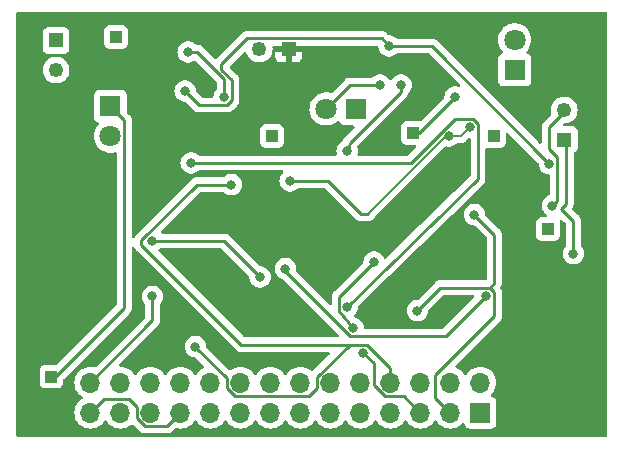
<source format=gbr>
%TF.GenerationSoftware,KiCad,Pcbnew,(7.0.0-0)*%
%TF.CreationDate,2024-03-24T23:26:04+02:00*%
%TF.ProjectId,MicroMouse Sensor ,4d696372-6f4d-46f7-9573-652053656e73,rev?*%
%TF.SameCoordinates,Original*%
%TF.FileFunction,Copper,L2,Bot*%
%TF.FilePolarity,Positive*%
%FSLAX46Y46*%
G04 Gerber Fmt 4.6, Leading zero omitted, Abs format (unit mm)*
G04 Created by KiCad (PCBNEW (7.0.0-0)) date 2024-03-24 23:26:04*
%MOMM*%
%LPD*%
G01*
G04 APERTURE LIST*
%TA.AperFunction,ComponentPad*%
%ADD10C,1.250000*%
%TD*%
%TA.AperFunction,ComponentPad*%
%ADD11R,1.250000X1.250000*%
%TD*%
%TA.AperFunction,ComponentPad*%
%ADD12R,1.000000X1.000000*%
%TD*%
%TA.AperFunction,ComponentPad*%
%ADD13R,1.800000X1.800000*%
%TD*%
%TA.AperFunction,ComponentPad*%
%ADD14C,1.800000*%
%TD*%
%TA.AperFunction,ComponentPad*%
%ADD15R,1.700000X1.700000*%
%TD*%
%TA.AperFunction,ComponentPad*%
%ADD16O,1.700000X1.700000*%
%TD*%
%TA.AperFunction,ViaPad*%
%ADD17C,0.800000*%
%TD*%
%TA.AperFunction,Conductor*%
%ADD18C,0.250000*%
%TD*%
%TA.AperFunction,Conductor*%
%ADD19C,0.150000*%
%TD*%
G04 APERTURE END LIST*
D10*
%TO.P,D6_Right1,A*%
%TO.N,Net-(Q5-C)*%
X247650000Y-97068000D03*
D11*
%TO.P,D6_Right1,C*%
%TO.N,Right Sense*%
X247649999Y-99567999D03*
%TD*%
%TO.P,D6_Front1,C*%
%TO.N,Front Sense*%
X224314171Y-91896999D03*
D10*
%TO.P,D6_Front1,A*%
%TO.N,Net-(Q4-C)*%
X221814172Y-91897000D03*
%TD*%
D11*
%TO.P,D6_Left1,C*%
%TO.N,Left Sense*%
X204615671Y-91166999D03*
D10*
%TO.P,D6_Left1,A*%
%TO.N,Net-(Q6-C)*%
X204615672Y-93667000D03*
%TD*%
D12*
%TO.P,TP6,1,1*%
%TO.N,Net-(Q6-C)*%
X209695671Y-90872999D03*
%TD*%
D13*
%TO.P,D3_Left1,1,K*%
%TO.N,Net-(D3_Left1-K)*%
X209218671Y-96734999D03*
D14*
%TO.P,D3_Left1,2,A*%
%TO.N,Net-(D3_Left1-A)*%
X209218672Y-99275000D03*
%TD*%
D12*
%TO.P,TP4,1,1*%
%TO.N,Net-(Q4-C)*%
X222903671Y-99254999D03*
%TD*%
%TO.P,TP2,1,1*%
%TO.N,Net-(D3_Left1-K)*%
X204215999Y-119633999D03*
%TD*%
%TO.P,TP3,1,1*%
%TO.N,Net-(D1_Front1-K)*%
X234841671Y-99000999D03*
%TD*%
D13*
%TO.P,D1_Front1,1,K*%
%TO.N,Net-(D1_Front1-K)*%
X230015671Y-96968999D03*
D14*
%TO.P,D1_Front1,2,A*%
%TO.N,Net-(D1_Front1-A)*%
X227475672Y-96969000D03*
%TD*%
D13*
%TO.P,D2_Right1,1,K*%
%TO.N,Net-(D2_Right1-K)*%
X243446671Y-93646999D03*
D14*
%TO.P,D2_Right1,2,A*%
%TO.N,Net-(D2_Right1-A)*%
X243446672Y-91107000D03*
%TD*%
D12*
%TO.P,TP5,1,1*%
%TO.N,Net-(Q5-C)*%
X246271671Y-107128999D03*
%TD*%
%TO.P,TP1,1,1*%
%TO.N,Net-(D2_Right1-K)*%
X241699671Y-99254999D03*
%TD*%
D15*
%TO.P,J1,1,Pin_1*%
%TO.N,/RESV3*%
X240537999Y-122681999D03*
D16*
%TO.P,J1,2,Pin_2*%
%TO.N,+3V3*%
X240537999Y-120141999D03*
%TO.P,J1,3,Pin_3*%
%TO.N,GND*%
X237997999Y-122681999D03*
%TO.P,J1,4,Pin_4*%
%TO.N,/+BATT1*%
X237997999Y-120141999D03*
%TO.P,J1,5,Pin_5*%
%TO.N,Net-(J1-Pin_5)*%
X235457999Y-122681999D03*
%TO.P,J1,6,Pin_6*%
%TO.N,/RESV2*%
X235457999Y-120141999D03*
%TO.P,J1,7,Pin_7*%
%TO.N,Net-(J1-Pin_7)*%
X232917999Y-122681999D03*
%TO.P,J1,8,Pin_8*%
%TO.N,PE15*%
X232917999Y-120141999D03*
%TO.P,J1,9,Pin_9*%
%TO.N,GND*%
X230377999Y-122681999D03*
%TO.P,J1,10,Pin_10*%
%TO.N,/PE14*%
X230377999Y-120141999D03*
%TO.P,J1,11,Pin_11*%
%TO.N,Net-(J1-Pin_11)*%
X227837999Y-122681999D03*
%TO.P,J1,12,Pin_12*%
%TO.N,/PE13*%
X227837999Y-120141999D03*
%TO.P,J1,13,Pin_13*%
%TO.N,/PA6*%
X225297999Y-122681999D03*
%TO.P,J1,14,Pin_14*%
%TO.N,/PE12*%
X225297999Y-120141999D03*
%TO.P,J1,15,Pin_15*%
%TO.N,GND*%
X222757999Y-122681999D03*
%TO.P,J1,16,Pin_16*%
%TO.N,/PE11*%
X222757999Y-120141999D03*
%TO.P,J1,17,Pin_17*%
%TO.N,/PA7*%
X220217999Y-122681999D03*
%TO.P,J1,18,Pin_18*%
%TO.N,/PE10*%
X220217999Y-120141999D03*
%TO.P,J1,19,Pin_19*%
%TO.N,/PC4*%
X217677999Y-122681999D03*
%TO.P,J1,20,Pin_20*%
%TO.N,/PE9*%
X217677999Y-120141999D03*
%TO.P,J1,21,Pin_21*%
%TO.N,GND*%
X215137999Y-122681999D03*
%TO.P,J1,22,Pin_22*%
%TO.N,/PE8*%
X215137999Y-120141999D03*
%TO.P,J1,23,Pin_23*%
%TO.N,/PC5*%
X212597999Y-122681999D03*
%TO.P,J1,24,Pin_24*%
%TO.N,/RESV1*%
X212597999Y-120141999D03*
%TO.P,J1,25,Pin_25*%
%TO.N,/AB0*%
X210057999Y-122681999D03*
%TO.P,J1,26,Pin_26*%
%TO.N,/+BATT*%
X210057999Y-120141999D03*
%TO.P,J1,27,Pin_27*%
%TO.N,GND*%
X207517999Y-122681999D03*
%TO.P,J1,28,Pin_28*%
%TO.N,+3V3*%
X207517999Y-120141999D03*
%TD*%
D17*
%TO.N,Net-(Q5-C)*%
X246634000Y-105156000D03*
%TO.N,Right Sense*%
X248412000Y-109220000D03*
%TO.N,GND*%
X240030000Y-105918000D03*
X235204000Y-114046000D03*
%TO.N,+3V3*%
X246380000Y-101600000D03*
%TO.N,PE15*%
X216408000Y-117094000D03*
X219456000Y-103378000D03*
%TO.N,Net-(J1-Pin_7)*%
X224028000Y-110490000D03*
X241046000Y-112776000D03*
%TO.N,+3V3*%
X212777515Y-112850495D03*
%TO.N,Net-(J1-Pin_5)*%
X230632000Y-117602000D03*
%TO.N,GND*%
X229253672Y-100525000D03*
X233825672Y-94937000D03*
%TO.N,+3V3*%
X232809672Y-91635000D03*
X215537672Y-95445000D03*
%TO.N,PE15*%
X224427672Y-103065000D03*
%TO.N,Front Out*%
X212743672Y-108145000D03*
X221887672Y-111193000D03*
%TO.N,Left Out*%
X229761672Y-115511000D03*
X231539672Y-109923000D03*
%TO.N,Net-(Q6-B)*%
X215791672Y-92143000D03*
X218839672Y-95953000D03*
%TO.N,Net-(JP6-B)*%
X229253672Y-113733000D03*
X216045672Y-101541000D03*
%TO.N,PE15*%
X237889672Y-99255000D03*
X239667672Y-98493000D03*
%TO.N,Net-(D1_Front1-K)*%
X238397672Y-95953000D03*
%TO.N,Net-(D1_Front1-A)*%
X232047672Y-94937000D03*
%TD*%
D18*
%TO.N,Net-(Q5-C)*%
X246634000Y-105156000D02*
X247055000Y-104735000D01*
X247055000Y-104735000D02*
X247055000Y-101005000D01*
X247055000Y-101005000D02*
X246380000Y-100330000D01*
X246380000Y-100330000D02*
X246380000Y-98506172D01*
X246380000Y-98506172D02*
X247803672Y-97082500D01*
%TO.N,Right Sense*%
X247803672Y-99582500D02*
X247803672Y-105002328D01*
X247803672Y-105002328D02*
X247396000Y-105410000D01*
X247396000Y-105410000D02*
X248412000Y-106426000D01*
X248412000Y-106426000D02*
X248412000Y-109220000D01*
%TO.N,GND*%
X241325595Y-112101000D02*
X241721000Y-112496405D01*
X241721000Y-107609000D02*
X241721000Y-111705595D01*
X241721000Y-111705595D02*
X241325595Y-112101000D01*
X240030000Y-105918000D02*
X241721000Y-107609000D01*
X235204000Y-114046000D02*
X237149000Y-112101000D01*
X237149000Y-112101000D02*
X241325595Y-112101000D01*
X236728000Y-121412000D02*
X237998000Y-122682000D01*
X241721000Y-112496405D02*
X241721000Y-114538009D01*
X241721000Y-114538009D02*
X236728000Y-119531009D01*
X236728000Y-119531009D02*
X236728000Y-121412000D01*
%TO.N,+3V3*%
X246380000Y-101600000D02*
X236415000Y-91635000D01*
X236415000Y-91635000D02*
X232809672Y-91635000D01*
%TO.N,PE15*%
X216408000Y-117094000D02*
X219093000Y-119779000D01*
X219093000Y-119779000D02*
X219093000Y-120607991D01*
X230911595Y-116927000D02*
X232918000Y-118933405D01*
X232918000Y-118933405D02*
X232918000Y-120142000D01*
X219093000Y-120607991D02*
X219752009Y-121267000D01*
X229462009Y-116927000D02*
X230911595Y-116927000D01*
X219752009Y-121267000D02*
X226053991Y-121267000D01*
X226053991Y-121267000D02*
X226713000Y-120607991D01*
X226713000Y-120607991D02*
X226713000Y-119676009D01*
X226713000Y-119676009D02*
X229462009Y-116927000D01*
X219456000Y-103378000D02*
X216556077Y-103378000D01*
X230973000Y-116927000D02*
X232918000Y-118872000D01*
X216556077Y-103378000D02*
X211836000Y-108098077D01*
X220305000Y-116927000D02*
X230973000Y-116927000D01*
X211836000Y-108098077D02*
X211836000Y-108458000D01*
X232918000Y-118872000D02*
X232918000Y-120142000D01*
X211836000Y-108458000D02*
X220305000Y-116927000D01*
%TO.N,Net-(J1-Pin_7)*%
X224028000Y-110731923D02*
X224028000Y-110490000D01*
X229482077Y-116186000D02*
X224028000Y-110731923D01*
X237636000Y-116186000D02*
X229482077Y-116186000D01*
X241046000Y-112776000D02*
X237636000Y-116186000D01*
%TO.N,+3V3*%
X212777515Y-112850495D02*
X212777515Y-114882485D01*
X212777515Y-114882485D02*
X207518000Y-120142000D01*
%TO.N,Net-(J1-Pin_5)*%
X235458000Y-122682000D02*
X234043000Y-121267000D01*
X234043000Y-121267000D02*
X232452009Y-121267000D01*
X232452009Y-121267000D02*
X231503000Y-120317991D01*
X231503000Y-120317991D02*
X231503000Y-118473000D01*
X231503000Y-118473000D02*
X230632000Y-117602000D01*
%TO.N,GND*%
X207518000Y-122682000D02*
X208643000Y-121557000D01*
X208643000Y-121557000D02*
X210813991Y-121557000D01*
X210813991Y-121557000D02*
X211473000Y-122216009D01*
X211473000Y-122216009D02*
X211473000Y-123147991D01*
X211473000Y-123147991D02*
X212132009Y-123807000D01*
X212132009Y-123807000D02*
X214013000Y-123807000D01*
X214013000Y-123807000D02*
X215138000Y-122682000D01*
X229507672Y-99827000D02*
X229253672Y-100525000D01*
X233825672Y-95509000D02*
X229507672Y-99827000D01*
X233825672Y-94937000D02*
X233825672Y-95509000D01*
%TO.N,+3V3*%
X232809672Y-91635000D02*
X232171672Y-90997000D01*
X232171672Y-90997000D02*
X220809077Y-90997000D01*
X220809077Y-90997000D02*
X218614515Y-93191562D01*
X218614515Y-93191562D02*
X218614515Y-93638157D01*
X218614515Y-93638157D02*
X219514672Y-94538314D01*
X219514672Y-94538314D02*
X219514672Y-96232595D01*
X219514672Y-96232595D02*
X219119267Y-96628000D01*
X219119267Y-96628000D02*
X216720672Y-96628000D01*
X216720672Y-96628000D02*
X215537672Y-95445000D01*
D19*
%TO.N,PE15*%
X237635672Y-99255000D02*
X231031672Y-105859000D01*
D18*
X224427672Y-103065000D02*
X227668267Y-103065000D01*
X227668267Y-103065000D02*
X230462267Y-105859000D01*
X230462267Y-105859000D02*
X231031672Y-105859000D01*
%TO.N,Front Out*%
X218839672Y-108145000D02*
X212743672Y-108145000D01*
X221887672Y-111193000D02*
X218839672Y-108145000D01*
%TO.N,Left Out*%
X228578672Y-114074000D02*
X229761672Y-115511000D01*
X228578672Y-112884000D02*
X228578672Y-114074000D01*
X231539672Y-109923000D02*
X228578672Y-112884000D01*
%TO.N,Net-(Q6-B)*%
X218839672Y-95953000D02*
X218839672Y-94429000D01*
X218839672Y-94429000D02*
X216553672Y-92143000D01*
X216553672Y-92143000D02*
X215791672Y-92143000D01*
%TO.N,Net-(JP6-B)*%
X240342672Y-102898000D02*
X229253672Y-113733000D01*
X240342672Y-98213405D02*
X240342672Y-102898000D01*
X238372077Y-97818000D02*
X239947267Y-97818000D01*
X234649077Y-101541000D02*
X238372077Y-97818000D01*
X239947267Y-97818000D02*
X240342672Y-98213405D01*
X216045672Y-101541000D02*
X234649077Y-101541000D01*
%TO.N,Net-(D3_Left1-K)*%
X209218672Y-96735000D02*
X210393672Y-97910000D01*
X210393672Y-97910000D02*
X210393672Y-113797000D01*
X210393672Y-113797000D02*
X204361672Y-119829000D01*
D19*
%TO.N,PE15*%
X237889672Y-99255000D02*
X237635672Y-99255000D01*
X239667672Y-98493000D02*
X238905672Y-99255000D01*
X238905672Y-99255000D02*
X237889672Y-99255000D01*
D18*
%TO.N,Net-(D1_Front1-K)*%
X238397672Y-95953000D02*
X235349672Y-99001000D01*
X235349672Y-99001000D02*
X234841672Y-99001000D01*
%TO.N,Net-(D1_Front1-A)*%
X232047672Y-94937000D02*
X229507672Y-94937000D01*
X229507672Y-94937000D02*
X227475672Y-96969000D01*
%TD*%
%TA.AperFunction,Conductor*%
%TO.N,Front Sense*%
G36*
X251187172Y-88748113D02*
G01*
X251232559Y-88793500D01*
X251249172Y-88855500D01*
X251249172Y-124606500D01*
X251232559Y-124668500D01*
X251187172Y-124713887D01*
X251125172Y-124730500D01*
X201374172Y-124730500D01*
X201312172Y-124713887D01*
X201266785Y-124668500D01*
X201250172Y-124606500D01*
X201250172Y-120178578D01*
X203215500Y-120178578D01*
X203215501Y-120181872D01*
X203215853Y-120185150D01*
X203215854Y-120185161D01*
X203221079Y-120233768D01*
X203221080Y-120233773D01*
X203221909Y-120241483D01*
X203224619Y-120248749D01*
X203224620Y-120248753D01*
X203258217Y-120338831D01*
X203272204Y-120376331D01*
X203358454Y-120491546D01*
X203473669Y-120577796D01*
X203608517Y-120628091D01*
X203668127Y-120634500D01*
X204763872Y-120634499D01*
X204823483Y-120628091D01*
X204958331Y-120577796D01*
X205073546Y-120491546D01*
X205159796Y-120376331D01*
X205210091Y-120241483D01*
X205216500Y-120181873D01*
X205216499Y-119910122D01*
X205225938Y-119862670D01*
X205252815Y-119822445D01*
X210780983Y-114294278D01*
X210789153Y-114286844D01*
X210795549Y-114282786D01*
X210841590Y-114233756D01*
X210844207Y-114231054D01*
X210863792Y-114211471D01*
X210866257Y-114208292D01*
X210873839Y-114199416D01*
X210903734Y-114167582D01*
X210913385Y-114150023D01*
X210924062Y-114133770D01*
X210936345Y-114117936D01*
X210953690Y-114077852D01*
X210958823Y-114067371D01*
X210979869Y-114029092D01*
X210984851Y-114009684D01*
X210991154Y-113991276D01*
X210999109Y-113972896D01*
X211005943Y-113929744D01*
X211008305Y-113918338D01*
X211019172Y-113876019D01*
X211019172Y-113855983D01*
X211020699Y-113836585D01*
X211022611Y-113824513D01*
X211022610Y-113824513D01*
X211023832Y-113816804D01*
X211019722Y-113773324D01*
X211019172Y-113761655D01*
X211019172Y-108754231D01*
X211037242Y-108689774D01*
X211086184Y-108644102D01*
X211151735Y-108630527D01*
X211214790Y-108653005D01*
X211256068Y-108703869D01*
X211257382Y-108708390D01*
X211261352Y-108715103D01*
X211267581Y-108725637D01*
X211276136Y-108743099D01*
X211280642Y-108754480D01*
X211280643Y-108754483D01*
X211283514Y-108761732D01*
X211296742Y-108779939D01*
X211309181Y-108797060D01*
X211315593Y-108806822D01*
X211333856Y-108837702D01*
X211333859Y-108837707D01*
X211337830Y-108844420D01*
X211343344Y-108849934D01*
X211343345Y-108849935D01*
X211351990Y-108858580D01*
X211364626Y-108873374D01*
X211371819Y-108883275D01*
X211371823Y-108883279D01*
X211376406Y-108889587D01*
X211382415Y-108894558D01*
X211382416Y-108894559D01*
X211410058Y-108917426D01*
X211418699Y-108925289D01*
X219807707Y-117314297D01*
X219815156Y-117322483D01*
X219819214Y-117328877D01*
X219824899Y-117334215D01*
X219824901Y-117334218D01*
X219868239Y-117374915D01*
X219871036Y-117377626D01*
X219890530Y-117397120D01*
X219893615Y-117399513D01*
X219893701Y-117399580D01*
X219902573Y-117407158D01*
X219934418Y-117437062D01*
X219941248Y-117440817D01*
X219941251Y-117440819D01*
X219951971Y-117446712D01*
X219968222Y-117457386D01*
X219984064Y-117469674D01*
X219991221Y-117472771D01*
X219991223Y-117472772D01*
X220024155Y-117487022D01*
X220034650Y-117492164D01*
X220072908Y-117513197D01*
X220092312Y-117518179D01*
X220110714Y-117524480D01*
X220121941Y-117529338D01*
X220129105Y-117532438D01*
X220166697Y-117538391D01*
X220172239Y-117539269D01*
X220183682Y-117541639D01*
X220218425Y-117550560D01*
X220218426Y-117550560D01*
X220225981Y-117552500D01*
X220246017Y-117552500D01*
X220265402Y-117554025D01*
X220285196Y-117557160D01*
X220323276Y-117553560D01*
X220328676Y-117553050D01*
X220340345Y-117552500D01*
X227652557Y-117552500D01*
X227708852Y-117566015D01*
X227752875Y-117603615D01*
X227775030Y-117657102D01*
X227770488Y-117714818D01*
X227740238Y-117764180D01*
X227511271Y-117993147D01*
X226372837Y-119131579D01*
X226317249Y-119163673D01*
X226253062Y-119163673D01*
X226197475Y-119131579D01*
X226173232Y-119107336D01*
X226173230Y-119107334D01*
X226169401Y-119103505D01*
X226164970Y-119100402D01*
X226164966Y-119100399D01*
X225980259Y-118971066D01*
X225980257Y-118971064D01*
X225975830Y-118967965D01*
X225970933Y-118965681D01*
X225970927Y-118965678D01*
X225766572Y-118870386D01*
X225766570Y-118870385D01*
X225761663Y-118868097D01*
X225756438Y-118866697D01*
X225756430Y-118866694D01*
X225538634Y-118808337D01*
X225538630Y-118808336D01*
X225533408Y-118806937D01*
X225528020Y-118806465D01*
X225528017Y-118806465D01*
X225303395Y-118786813D01*
X225298000Y-118786341D01*
X225292605Y-118786813D01*
X225067982Y-118806465D01*
X225067977Y-118806465D01*
X225062592Y-118806937D01*
X225057371Y-118808335D01*
X225057365Y-118808337D01*
X224839569Y-118866694D01*
X224839557Y-118866698D01*
X224834337Y-118868097D01*
X224829432Y-118870383D01*
X224829427Y-118870386D01*
X224625081Y-118965675D01*
X224625077Y-118965677D01*
X224620171Y-118967965D01*
X224615738Y-118971068D01*
X224615731Y-118971073D01*
X224431034Y-119100399D01*
X224431029Y-119100402D01*
X224426599Y-119103505D01*
X224422775Y-119107328D01*
X224422769Y-119107334D01*
X224263334Y-119266769D01*
X224263328Y-119266775D01*
X224259505Y-119270599D01*
X224256402Y-119275029D01*
X224256399Y-119275034D01*
X224129575Y-119456159D01*
X224085257Y-119495025D01*
X224028000Y-119509036D01*
X223970743Y-119495025D01*
X223926425Y-119456159D01*
X223799600Y-119275034D01*
X223796495Y-119270599D01*
X223629401Y-119103505D01*
X223624970Y-119100402D01*
X223624966Y-119100399D01*
X223440259Y-118971066D01*
X223440257Y-118971064D01*
X223435830Y-118967965D01*
X223430933Y-118965681D01*
X223430927Y-118965678D01*
X223226572Y-118870386D01*
X223226570Y-118870385D01*
X223221663Y-118868097D01*
X223216438Y-118866697D01*
X223216430Y-118866694D01*
X222998634Y-118808337D01*
X222998630Y-118808336D01*
X222993408Y-118806937D01*
X222988020Y-118806465D01*
X222988017Y-118806465D01*
X222763395Y-118786813D01*
X222758000Y-118786341D01*
X222752605Y-118786813D01*
X222527982Y-118806465D01*
X222527977Y-118806465D01*
X222522592Y-118806937D01*
X222517371Y-118808335D01*
X222517365Y-118808337D01*
X222299569Y-118866694D01*
X222299557Y-118866698D01*
X222294337Y-118868097D01*
X222289432Y-118870383D01*
X222289427Y-118870386D01*
X222085081Y-118965675D01*
X222085077Y-118965677D01*
X222080171Y-118967965D01*
X222075738Y-118971068D01*
X222075731Y-118971073D01*
X221891034Y-119100399D01*
X221891029Y-119100402D01*
X221886599Y-119103505D01*
X221882775Y-119107328D01*
X221882769Y-119107334D01*
X221723334Y-119266769D01*
X221723328Y-119266775D01*
X221719505Y-119270599D01*
X221716402Y-119275029D01*
X221716399Y-119275034D01*
X221589575Y-119456159D01*
X221545257Y-119495025D01*
X221488000Y-119509036D01*
X221430743Y-119495025D01*
X221386425Y-119456159D01*
X221259600Y-119275034D01*
X221256495Y-119270599D01*
X221089401Y-119103505D01*
X221084970Y-119100402D01*
X221084966Y-119100399D01*
X220900259Y-118971066D01*
X220900257Y-118971064D01*
X220895830Y-118967965D01*
X220890933Y-118965681D01*
X220890927Y-118965678D01*
X220686572Y-118870386D01*
X220686570Y-118870385D01*
X220681663Y-118868097D01*
X220676438Y-118866697D01*
X220676430Y-118866694D01*
X220458634Y-118808337D01*
X220458630Y-118808336D01*
X220453408Y-118806937D01*
X220448020Y-118806465D01*
X220448017Y-118806465D01*
X220223395Y-118786813D01*
X220218000Y-118786341D01*
X220212605Y-118786813D01*
X219987982Y-118806465D01*
X219987977Y-118806465D01*
X219982592Y-118806937D01*
X219977371Y-118808335D01*
X219977365Y-118808337D01*
X219759569Y-118866694D01*
X219759557Y-118866698D01*
X219754337Y-118868097D01*
X219749432Y-118870383D01*
X219749427Y-118870386D01*
X219545081Y-118965675D01*
X219545077Y-118965677D01*
X219540171Y-118967965D01*
X219535738Y-118971068D01*
X219535731Y-118971073D01*
X219405654Y-119062153D01*
X219352502Y-119083269D01*
X219295527Y-119078284D01*
X219246850Y-119048259D01*
X217346961Y-117148370D01*
X217322721Y-117114072D01*
X217311321Y-117073650D01*
X217294353Y-116912204D01*
X217294352Y-116912203D01*
X217293674Y-116905744D01*
X217235179Y-116725716D01*
X217140533Y-116561784D01*
X217013871Y-116421112D01*
X217008613Y-116417292D01*
X217008611Y-116417290D01*
X216865988Y-116313669D01*
X216865987Y-116313668D01*
X216860730Y-116309849D01*
X216854792Y-116307205D01*
X216693745Y-116235501D01*
X216693740Y-116235499D01*
X216687803Y-116232856D01*
X216681444Y-116231504D01*
X216681440Y-116231503D01*
X216509008Y-116194852D01*
X216509005Y-116194851D01*
X216502646Y-116193500D01*
X216313354Y-116193500D01*
X216306995Y-116194851D01*
X216306991Y-116194852D01*
X216134559Y-116231503D01*
X216134552Y-116231505D01*
X216128197Y-116232856D01*
X216122262Y-116235498D01*
X216122254Y-116235501D01*
X215961207Y-116307205D01*
X215961202Y-116307207D01*
X215955270Y-116309849D01*
X215950016Y-116313665D01*
X215950011Y-116313669D01*
X215807388Y-116417290D01*
X215807381Y-116417295D01*
X215802129Y-116421112D01*
X215797784Y-116425937D01*
X215797779Y-116425942D01*
X215679813Y-116556956D01*
X215679808Y-116556962D01*
X215675467Y-116561784D01*
X215672222Y-116567404D01*
X215672218Y-116567410D01*
X215584069Y-116720089D01*
X215584066Y-116720094D01*
X215580821Y-116725716D01*
X215578815Y-116731888D01*
X215578813Y-116731894D01*
X215524333Y-116899564D01*
X215524331Y-116899573D01*
X215522326Y-116905744D01*
X215521648Y-116912194D01*
X215521646Y-116912204D01*
X215515171Y-116973818D01*
X215502540Y-117094000D01*
X215503219Y-117100460D01*
X215521646Y-117275795D01*
X215521647Y-117275803D01*
X215522326Y-117282256D01*
X215524331Y-117288428D01*
X215524333Y-117288435D01*
X215578813Y-117456105D01*
X215580821Y-117462284D01*
X215584068Y-117467908D01*
X215584069Y-117467910D01*
X215635597Y-117557160D01*
X215675467Y-117626216D01*
X215679811Y-117631041D01*
X215679813Y-117631043D01*
X215775934Y-117737796D01*
X215802129Y-117766888D01*
X215955270Y-117878151D01*
X216128197Y-117955144D01*
X216313354Y-117994500D01*
X216372548Y-117994500D01*
X216420001Y-118003939D01*
X216460229Y-118030819D01*
X217145835Y-118716426D01*
X217176415Y-118766819D01*
X217180270Y-118825639D01*
X217156530Y-118879593D01*
X217110560Y-118916489D01*
X217005077Y-118965677D01*
X217005074Y-118965678D01*
X217000171Y-118967965D01*
X216995738Y-118971068D01*
X216995731Y-118971073D01*
X216811034Y-119100399D01*
X216811029Y-119100402D01*
X216806599Y-119103505D01*
X216802775Y-119107328D01*
X216802769Y-119107334D01*
X216643334Y-119266769D01*
X216643328Y-119266775D01*
X216639505Y-119270599D01*
X216636402Y-119275029D01*
X216636399Y-119275034D01*
X216509575Y-119456159D01*
X216465257Y-119495025D01*
X216408000Y-119509036D01*
X216350743Y-119495025D01*
X216306425Y-119456159D01*
X216179600Y-119275034D01*
X216176495Y-119270599D01*
X216009401Y-119103505D01*
X216004970Y-119100402D01*
X216004966Y-119100399D01*
X215820259Y-118971066D01*
X215820257Y-118971064D01*
X215815830Y-118967965D01*
X215810933Y-118965681D01*
X215810927Y-118965678D01*
X215606572Y-118870386D01*
X215606570Y-118870385D01*
X215601663Y-118868097D01*
X215596438Y-118866697D01*
X215596430Y-118866694D01*
X215378634Y-118808337D01*
X215378630Y-118808336D01*
X215373408Y-118806937D01*
X215368020Y-118806465D01*
X215368017Y-118806465D01*
X215143395Y-118786813D01*
X215138000Y-118786341D01*
X215132605Y-118786813D01*
X214907982Y-118806465D01*
X214907977Y-118806465D01*
X214902592Y-118806937D01*
X214897371Y-118808335D01*
X214897365Y-118808337D01*
X214679569Y-118866694D01*
X214679557Y-118866698D01*
X214674337Y-118868097D01*
X214669432Y-118870383D01*
X214669427Y-118870386D01*
X214465081Y-118965675D01*
X214465077Y-118965677D01*
X214460171Y-118967965D01*
X214455738Y-118971068D01*
X214455731Y-118971073D01*
X214271034Y-119100399D01*
X214271029Y-119100402D01*
X214266599Y-119103505D01*
X214262775Y-119107328D01*
X214262769Y-119107334D01*
X214103334Y-119266769D01*
X214103328Y-119266775D01*
X214099505Y-119270599D01*
X214096402Y-119275029D01*
X214096399Y-119275034D01*
X213969575Y-119456159D01*
X213925257Y-119495025D01*
X213868000Y-119509036D01*
X213810743Y-119495025D01*
X213766425Y-119456159D01*
X213639600Y-119275034D01*
X213636495Y-119270599D01*
X213469401Y-119103505D01*
X213464970Y-119100402D01*
X213464966Y-119100399D01*
X213280259Y-118971066D01*
X213280257Y-118971064D01*
X213275830Y-118967965D01*
X213270933Y-118965681D01*
X213270927Y-118965678D01*
X213066572Y-118870386D01*
X213066570Y-118870385D01*
X213061663Y-118868097D01*
X213056438Y-118866697D01*
X213056430Y-118866694D01*
X212838634Y-118808337D01*
X212838630Y-118808336D01*
X212833408Y-118806937D01*
X212828020Y-118806465D01*
X212828017Y-118806465D01*
X212603395Y-118786813D01*
X212598000Y-118786341D01*
X212592605Y-118786813D01*
X212367982Y-118806465D01*
X212367977Y-118806465D01*
X212362592Y-118806937D01*
X212357371Y-118808335D01*
X212357365Y-118808337D01*
X212139569Y-118866694D01*
X212139557Y-118866698D01*
X212134337Y-118868097D01*
X212129432Y-118870383D01*
X212129427Y-118870386D01*
X211925081Y-118965675D01*
X211925077Y-118965677D01*
X211920171Y-118967965D01*
X211915738Y-118971068D01*
X211915731Y-118971073D01*
X211731034Y-119100399D01*
X211731029Y-119100402D01*
X211726599Y-119103505D01*
X211722775Y-119107328D01*
X211722769Y-119107334D01*
X211563334Y-119266769D01*
X211563328Y-119266775D01*
X211559505Y-119270599D01*
X211556402Y-119275029D01*
X211556399Y-119275034D01*
X211429575Y-119456159D01*
X211385257Y-119495025D01*
X211328000Y-119509036D01*
X211270743Y-119495025D01*
X211226425Y-119456159D01*
X211099600Y-119275034D01*
X211096495Y-119270599D01*
X210929401Y-119103505D01*
X210924970Y-119100402D01*
X210924966Y-119100399D01*
X210740259Y-118971066D01*
X210740257Y-118971064D01*
X210735830Y-118967965D01*
X210730933Y-118965681D01*
X210730927Y-118965678D01*
X210526572Y-118870386D01*
X210526570Y-118870385D01*
X210521663Y-118868097D01*
X210516438Y-118866697D01*
X210516430Y-118866694D01*
X210298634Y-118808337D01*
X210298630Y-118808336D01*
X210293408Y-118806937D01*
X210288020Y-118806465D01*
X210288017Y-118806465D01*
X210063395Y-118786813D01*
X210058000Y-118786341D01*
X210055928Y-118786522D01*
X210000844Y-118773298D01*
X209956821Y-118735698D01*
X209934666Y-118682211D01*
X209939208Y-118624495D01*
X209969458Y-118575132D01*
X211521409Y-117023181D01*
X213164826Y-115379763D01*
X213172996Y-115372329D01*
X213179392Y-115368271D01*
X213225433Y-115319241D01*
X213228050Y-115316539D01*
X213247635Y-115296956D01*
X213250100Y-115293777D01*
X213257682Y-115284901D01*
X213287577Y-115253067D01*
X213297228Y-115235508D01*
X213307905Y-115219255D01*
X213320188Y-115203421D01*
X213337533Y-115163337D01*
X213342666Y-115152856D01*
X213363712Y-115114577D01*
X213368694Y-115095169D01*
X213374997Y-115076761D01*
X213382952Y-115058381D01*
X213389786Y-115015229D01*
X213392148Y-115003823D01*
X213403015Y-114961504D01*
X213403015Y-114941468D01*
X213404542Y-114922070D01*
X213406454Y-114909998D01*
X213406453Y-114909998D01*
X213407675Y-114902289D01*
X213403565Y-114858809D01*
X213403015Y-114847140D01*
X213403015Y-113549182D01*
X213411251Y-113504744D01*
X213434865Y-113466210D01*
X213510048Y-113382711D01*
X213604694Y-113218779D01*
X213663189Y-113038751D01*
X213682975Y-112850495D01*
X213668819Y-112715805D01*
X213663868Y-112668699D01*
X213663867Y-112668698D01*
X213663189Y-112662239D01*
X213604694Y-112482211D01*
X213510048Y-112318279D01*
X213403479Y-112199923D01*
X213387735Y-112182437D01*
X213387734Y-112182436D01*
X213383386Y-112177607D01*
X213378128Y-112173787D01*
X213378126Y-112173785D01*
X213235503Y-112070164D01*
X213235502Y-112070163D01*
X213230245Y-112066344D01*
X213224307Y-112063700D01*
X213063260Y-111991996D01*
X213063255Y-111991994D01*
X213057318Y-111989351D01*
X213050959Y-111987999D01*
X213050955Y-111987998D01*
X212878523Y-111951347D01*
X212878520Y-111951346D01*
X212872161Y-111949995D01*
X212682869Y-111949995D01*
X212676510Y-111951346D01*
X212676506Y-111951347D01*
X212504074Y-111987998D01*
X212504067Y-111988000D01*
X212497712Y-111989351D01*
X212491777Y-111991993D01*
X212491769Y-111991996D01*
X212330722Y-112063700D01*
X212330717Y-112063702D01*
X212324785Y-112066344D01*
X212319531Y-112070160D01*
X212319526Y-112070164D01*
X212176903Y-112173785D01*
X212176896Y-112173790D01*
X212171644Y-112177607D01*
X212167299Y-112182432D01*
X212167294Y-112182437D01*
X212049328Y-112313451D01*
X212049323Y-112313457D01*
X212044982Y-112318279D01*
X212041737Y-112323899D01*
X212041733Y-112323905D01*
X211953584Y-112476584D01*
X211953581Y-112476589D01*
X211950336Y-112482211D01*
X211948330Y-112488383D01*
X211948328Y-112488389D01*
X211893848Y-112656059D01*
X211893846Y-112656068D01*
X211891841Y-112662239D01*
X211891163Y-112668689D01*
X211891161Y-112668699D01*
X211876019Y-112812777D01*
X211872055Y-112850495D01*
X211872734Y-112856955D01*
X211891161Y-113032290D01*
X211891162Y-113032298D01*
X211891841Y-113038751D01*
X211893846Y-113044923D01*
X211893848Y-113044930D01*
X211940173Y-113187501D01*
X211950336Y-113218779D01*
X212044982Y-113382711D01*
X212049326Y-113387536D01*
X212049328Y-113387538D01*
X212120165Y-113466210D01*
X212143779Y-113504744D01*
X212152015Y-113549182D01*
X212152015Y-114572032D01*
X212142576Y-114619485D01*
X212115696Y-114659713D01*
X207973646Y-118801761D01*
X207918059Y-118833855D01*
X207853873Y-118833855D01*
X207758637Y-118808338D01*
X207758636Y-118808337D01*
X207753408Y-118806937D01*
X207748020Y-118806465D01*
X207748017Y-118806465D01*
X207523395Y-118786813D01*
X207518000Y-118786341D01*
X207512605Y-118786813D01*
X207287982Y-118806465D01*
X207287977Y-118806465D01*
X207282592Y-118806937D01*
X207277371Y-118808335D01*
X207277365Y-118808337D01*
X207059569Y-118866694D01*
X207059557Y-118866698D01*
X207054337Y-118868097D01*
X207049432Y-118870383D01*
X207049427Y-118870386D01*
X206845081Y-118965675D01*
X206845077Y-118965677D01*
X206840171Y-118967965D01*
X206835738Y-118971068D01*
X206835731Y-118971073D01*
X206651034Y-119100399D01*
X206651029Y-119100402D01*
X206646599Y-119103505D01*
X206642775Y-119107328D01*
X206642769Y-119107334D01*
X206483334Y-119266769D01*
X206483328Y-119266775D01*
X206479505Y-119270599D01*
X206476402Y-119275029D01*
X206476399Y-119275034D01*
X206347073Y-119459731D01*
X206347068Y-119459738D01*
X206343965Y-119464171D01*
X206341677Y-119469077D01*
X206341675Y-119469081D01*
X206246386Y-119673427D01*
X206246383Y-119673432D01*
X206244097Y-119678337D01*
X206242698Y-119683557D01*
X206242694Y-119683569D01*
X206184337Y-119901365D01*
X206184335Y-119901371D01*
X206182937Y-119906592D01*
X206162341Y-120142000D01*
X206162813Y-120147395D01*
X206182115Y-120368019D01*
X206182937Y-120377408D01*
X206184336Y-120382630D01*
X206184337Y-120382634D01*
X206242694Y-120600430D01*
X206242697Y-120600438D01*
X206244097Y-120605663D01*
X206246385Y-120610570D01*
X206246386Y-120610572D01*
X206341678Y-120814927D01*
X206341681Y-120814933D01*
X206343965Y-120819830D01*
X206347064Y-120824257D01*
X206347066Y-120824259D01*
X206476399Y-121008966D01*
X206476402Y-121008970D01*
X206479505Y-121013401D01*
X206646599Y-121180495D01*
X206651032Y-121183599D01*
X206651038Y-121183604D01*
X206832158Y-121310425D01*
X206871024Y-121354743D01*
X206885035Y-121412000D01*
X206871024Y-121469257D01*
X206832159Y-121513575D01*
X206651041Y-121640395D01*
X206646599Y-121643505D01*
X206642775Y-121647328D01*
X206642769Y-121647334D01*
X206483334Y-121806769D01*
X206483328Y-121806775D01*
X206479505Y-121810599D01*
X206476402Y-121815029D01*
X206476399Y-121815034D01*
X206347073Y-121999731D01*
X206347068Y-121999738D01*
X206343965Y-122004171D01*
X206341677Y-122009077D01*
X206341675Y-122009081D01*
X206246386Y-122213427D01*
X206246383Y-122213432D01*
X206244097Y-122218337D01*
X206242698Y-122223557D01*
X206242694Y-122223569D01*
X206184337Y-122441365D01*
X206184335Y-122441371D01*
X206182937Y-122446592D01*
X206162341Y-122682000D01*
X206182937Y-122917408D01*
X206184336Y-122922630D01*
X206184337Y-122922634D01*
X206242694Y-123140430D01*
X206242697Y-123140438D01*
X206244097Y-123145663D01*
X206246385Y-123150570D01*
X206246386Y-123150572D01*
X206341678Y-123354927D01*
X206341681Y-123354933D01*
X206343965Y-123359830D01*
X206347064Y-123364257D01*
X206347066Y-123364259D01*
X206476399Y-123548966D01*
X206476402Y-123548970D01*
X206479505Y-123553401D01*
X206646599Y-123720495D01*
X206651028Y-123723596D01*
X206651033Y-123723600D01*
X206795260Y-123824589D01*
X206840170Y-123856035D01*
X207054337Y-123955903D01*
X207282592Y-124017063D01*
X207518000Y-124037659D01*
X207753408Y-124017063D01*
X207981663Y-123955903D01*
X208195830Y-123856035D01*
X208389401Y-123720495D01*
X208556495Y-123553401D01*
X208686424Y-123367842D01*
X208730743Y-123328976D01*
X208788000Y-123314965D01*
X208845257Y-123328976D01*
X208889575Y-123367842D01*
X209016395Y-123548961D01*
X209016401Y-123548968D01*
X209019505Y-123553401D01*
X209186599Y-123720495D01*
X209191028Y-123723596D01*
X209191033Y-123723600D01*
X209335260Y-123824589D01*
X209380170Y-123856035D01*
X209594337Y-123955903D01*
X209822592Y-124017063D01*
X210058000Y-124037659D01*
X210293408Y-124017063D01*
X210521663Y-123955903D01*
X210735830Y-123856035D01*
X210929401Y-123720495D01*
X210957474Y-123692420D01*
X211013061Y-123660326D01*
X211077249Y-123660325D01*
X211132838Y-123692419D01*
X211634716Y-124194298D01*
X211642168Y-124202487D01*
X211646223Y-124208877D01*
X211695232Y-124254900D01*
X211698028Y-124257610D01*
X211717538Y-124277120D01*
X211720718Y-124279587D01*
X211729580Y-124287155D01*
X211742889Y-124299654D01*
X211755741Y-124311723D01*
X211755743Y-124311724D01*
X211761427Y-124317062D01*
X211768260Y-124320818D01*
X211768261Y-124320819D01*
X211778982Y-124326713D01*
X211795243Y-124337394D01*
X211811073Y-124349673D01*
X211851164Y-124367021D01*
X211861644Y-124372155D01*
X211899917Y-124393197D01*
X211919325Y-124398180D01*
X211937728Y-124404481D01*
X211948953Y-124409339D01*
X211948955Y-124409339D01*
X211956113Y-124412437D01*
X211999267Y-124419271D01*
X212010653Y-124421629D01*
X212052990Y-124432500D01*
X212073026Y-124432500D01*
X212092424Y-124434027D01*
X212104495Y-124435939D01*
X212104496Y-124435939D01*
X212112205Y-124437160D01*
X212150285Y-124433560D01*
X212155685Y-124433050D01*
X212167354Y-124432500D01*
X213935225Y-124432500D01*
X213946280Y-124433021D01*
X213953667Y-124434673D01*
X214020872Y-124432561D01*
X214024768Y-124432500D01*
X214048448Y-124432500D01*
X214052350Y-124432500D01*
X214056313Y-124431999D01*
X214067963Y-124431080D01*
X214111627Y-124429709D01*
X214130861Y-124424119D01*
X214149917Y-124420174D01*
X214169792Y-124417664D01*
X214210395Y-124401587D01*
X214221450Y-124397802D01*
X214263390Y-124385618D01*
X214280629Y-124375422D01*
X214298103Y-124366862D01*
X214309474Y-124362360D01*
X214309476Y-124362358D01*
X214316732Y-124359486D01*
X214352069Y-124333811D01*
X214361824Y-124327403D01*
X214399420Y-124305170D01*
X214413584Y-124291005D01*
X214428379Y-124278368D01*
X214444587Y-124266594D01*
X214472428Y-124232938D01*
X214480279Y-124224309D01*
X214682353Y-124022235D01*
X214737939Y-123990143D01*
X214802126Y-123990143D01*
X214902592Y-124017063D01*
X215138000Y-124037659D01*
X215373408Y-124017063D01*
X215601663Y-123955903D01*
X215815830Y-123856035D01*
X216009401Y-123720495D01*
X216176495Y-123553401D01*
X216306424Y-123367842D01*
X216350743Y-123328976D01*
X216408000Y-123314965D01*
X216465257Y-123328976D01*
X216509575Y-123367842D01*
X216636395Y-123548961D01*
X216636401Y-123548968D01*
X216639505Y-123553401D01*
X216806599Y-123720495D01*
X216811028Y-123723596D01*
X216811033Y-123723600D01*
X216955260Y-123824589D01*
X217000170Y-123856035D01*
X217214337Y-123955903D01*
X217442592Y-124017063D01*
X217678000Y-124037659D01*
X217913408Y-124017063D01*
X218141663Y-123955903D01*
X218355830Y-123856035D01*
X218549401Y-123720495D01*
X218716495Y-123553401D01*
X218846424Y-123367842D01*
X218890743Y-123328976D01*
X218948000Y-123314965D01*
X219005257Y-123328976D01*
X219049575Y-123367842D01*
X219176395Y-123548961D01*
X219176401Y-123548968D01*
X219179505Y-123553401D01*
X219346599Y-123720495D01*
X219351028Y-123723596D01*
X219351033Y-123723600D01*
X219495260Y-123824589D01*
X219540170Y-123856035D01*
X219754337Y-123955903D01*
X219982592Y-124017063D01*
X220218000Y-124037659D01*
X220453408Y-124017063D01*
X220681663Y-123955903D01*
X220895830Y-123856035D01*
X221089401Y-123720495D01*
X221256495Y-123553401D01*
X221386424Y-123367842D01*
X221430743Y-123328976D01*
X221488000Y-123314965D01*
X221545257Y-123328976D01*
X221589575Y-123367842D01*
X221716395Y-123548961D01*
X221716401Y-123548968D01*
X221719505Y-123553401D01*
X221886599Y-123720495D01*
X221891028Y-123723596D01*
X221891033Y-123723600D01*
X222035260Y-123824589D01*
X222080170Y-123856035D01*
X222294337Y-123955903D01*
X222522592Y-124017063D01*
X222758000Y-124037659D01*
X222993408Y-124017063D01*
X223221663Y-123955903D01*
X223435830Y-123856035D01*
X223629401Y-123720495D01*
X223796495Y-123553401D01*
X223926424Y-123367842D01*
X223970743Y-123328976D01*
X224028000Y-123314965D01*
X224085257Y-123328976D01*
X224129575Y-123367842D01*
X224256395Y-123548961D01*
X224256401Y-123548968D01*
X224259505Y-123553401D01*
X224426599Y-123720495D01*
X224431028Y-123723596D01*
X224431033Y-123723600D01*
X224575260Y-123824589D01*
X224620170Y-123856035D01*
X224834337Y-123955903D01*
X225062592Y-124017063D01*
X225298000Y-124037659D01*
X225533408Y-124017063D01*
X225761663Y-123955903D01*
X225975830Y-123856035D01*
X226169401Y-123720495D01*
X226336495Y-123553401D01*
X226466424Y-123367842D01*
X226510743Y-123328976D01*
X226568000Y-123314965D01*
X226625257Y-123328976D01*
X226669575Y-123367842D01*
X226796395Y-123548961D01*
X226796401Y-123548968D01*
X226799505Y-123553401D01*
X226966599Y-123720495D01*
X226971028Y-123723596D01*
X226971033Y-123723600D01*
X227115260Y-123824589D01*
X227160170Y-123856035D01*
X227374337Y-123955903D01*
X227602592Y-124017063D01*
X227838000Y-124037659D01*
X228073408Y-124017063D01*
X228301663Y-123955903D01*
X228515830Y-123856035D01*
X228709401Y-123720495D01*
X228876495Y-123553401D01*
X229006424Y-123367842D01*
X229050743Y-123328976D01*
X229108000Y-123314965D01*
X229165257Y-123328976D01*
X229209575Y-123367842D01*
X229336395Y-123548961D01*
X229336401Y-123548968D01*
X229339505Y-123553401D01*
X229506599Y-123720495D01*
X229511028Y-123723596D01*
X229511033Y-123723600D01*
X229655260Y-123824589D01*
X229700170Y-123856035D01*
X229914337Y-123955903D01*
X230142592Y-124017063D01*
X230378000Y-124037659D01*
X230613408Y-124017063D01*
X230841663Y-123955903D01*
X231055830Y-123856035D01*
X231249401Y-123720495D01*
X231416495Y-123553401D01*
X231546424Y-123367842D01*
X231590743Y-123328976D01*
X231648000Y-123314965D01*
X231705257Y-123328976D01*
X231749575Y-123367842D01*
X231876395Y-123548961D01*
X231876401Y-123548968D01*
X231879505Y-123553401D01*
X232046599Y-123720495D01*
X232051028Y-123723596D01*
X232051033Y-123723600D01*
X232195260Y-123824589D01*
X232240170Y-123856035D01*
X232454337Y-123955903D01*
X232682592Y-124017063D01*
X232918000Y-124037659D01*
X233153408Y-124017063D01*
X233381663Y-123955903D01*
X233595830Y-123856035D01*
X233789401Y-123720495D01*
X233956495Y-123553401D01*
X234086424Y-123367842D01*
X234130743Y-123328976D01*
X234188000Y-123314965D01*
X234245257Y-123328976D01*
X234289575Y-123367842D01*
X234416395Y-123548961D01*
X234416401Y-123548968D01*
X234419505Y-123553401D01*
X234586599Y-123720495D01*
X234591028Y-123723596D01*
X234591033Y-123723600D01*
X234735260Y-123824589D01*
X234780170Y-123856035D01*
X234994337Y-123955903D01*
X235222592Y-124017063D01*
X235458000Y-124037659D01*
X235693408Y-124017063D01*
X235921663Y-123955903D01*
X236135830Y-123856035D01*
X236329401Y-123720495D01*
X236496495Y-123553401D01*
X236626424Y-123367842D01*
X236670743Y-123328976D01*
X236728000Y-123314965D01*
X236785257Y-123328976D01*
X236829575Y-123367842D01*
X236956395Y-123548961D01*
X236956401Y-123548968D01*
X236959505Y-123553401D01*
X237126599Y-123720495D01*
X237131028Y-123723596D01*
X237131033Y-123723600D01*
X237275260Y-123824589D01*
X237320170Y-123856035D01*
X237534337Y-123955903D01*
X237762592Y-124017063D01*
X237998000Y-124037659D01*
X238233408Y-124017063D01*
X238461663Y-123955903D01*
X238675830Y-123856035D01*
X238869401Y-123720495D01*
X238991329Y-123598566D01*
X239044072Y-123567273D01*
X239105365Y-123565084D01*
X239160210Y-123592537D01*
X239195189Y-123642916D01*
X239201683Y-123660326D01*
X239244204Y-123774331D01*
X239249518Y-123781430D01*
X239249519Y-123781431D01*
X239305367Y-123856035D01*
X239330454Y-123889546D01*
X239445669Y-123975796D01*
X239580517Y-124026091D01*
X239640127Y-124032500D01*
X241435872Y-124032499D01*
X241495483Y-124026091D01*
X241630331Y-123975796D01*
X241745546Y-123889546D01*
X241831796Y-123774331D01*
X241882091Y-123639483D01*
X241888500Y-123579873D01*
X241888499Y-121784128D01*
X241882091Y-121724517D01*
X241831796Y-121589669D01*
X241745546Y-121474454D01*
X241727747Y-121461130D01*
X241637431Y-121393519D01*
X241637430Y-121393518D01*
X241630331Y-121388204D01*
X241560359Y-121362106D01*
X241498916Y-121339189D01*
X241448537Y-121304210D01*
X241421084Y-121249365D01*
X241423273Y-121188072D01*
X241454566Y-121135329D01*
X241576495Y-121013401D01*
X241712035Y-120819830D01*
X241811903Y-120605663D01*
X241873063Y-120377408D01*
X241893659Y-120142000D01*
X241873063Y-119906592D01*
X241811903Y-119678337D01*
X241712035Y-119464171D01*
X241576495Y-119270599D01*
X241409401Y-119103505D01*
X241404970Y-119100402D01*
X241404966Y-119100399D01*
X241220259Y-118971066D01*
X241220257Y-118971064D01*
X241215830Y-118967965D01*
X241210933Y-118965681D01*
X241210927Y-118965678D01*
X241006572Y-118870386D01*
X241006570Y-118870385D01*
X241001663Y-118868097D01*
X240996438Y-118866697D01*
X240996430Y-118866694D01*
X240778634Y-118808337D01*
X240778630Y-118808336D01*
X240773408Y-118806937D01*
X240768020Y-118806465D01*
X240768017Y-118806465D01*
X240543395Y-118786813D01*
X240538000Y-118786341D01*
X240532605Y-118786813D01*
X240307982Y-118806465D01*
X240307977Y-118806465D01*
X240302592Y-118806937D01*
X240297371Y-118808335D01*
X240297365Y-118808337D01*
X240079569Y-118866694D01*
X240079557Y-118866698D01*
X240074337Y-118868097D01*
X240069432Y-118870383D01*
X240069427Y-118870386D01*
X239865081Y-118965675D01*
X239865077Y-118965677D01*
X239860171Y-118967965D01*
X239855738Y-118971068D01*
X239855731Y-118971073D01*
X239671034Y-119100399D01*
X239671029Y-119100402D01*
X239666599Y-119103505D01*
X239662775Y-119107328D01*
X239662769Y-119107334D01*
X239503334Y-119266769D01*
X239503328Y-119266775D01*
X239499505Y-119270599D01*
X239496402Y-119275029D01*
X239496399Y-119275034D01*
X239369575Y-119456159D01*
X239325257Y-119495025D01*
X239268000Y-119509036D01*
X239210743Y-119495025D01*
X239166425Y-119456159D01*
X239039600Y-119275034D01*
X239036495Y-119270599D01*
X238869401Y-119103505D01*
X238864970Y-119100402D01*
X238864966Y-119100399D01*
X238680259Y-118971066D01*
X238680257Y-118971064D01*
X238675830Y-118967965D01*
X238670933Y-118965681D01*
X238670927Y-118965678D01*
X238559354Y-118913651D01*
X238495198Y-118883735D01*
X238449229Y-118846840D01*
X238425489Y-118792886D01*
X238429344Y-118734066D01*
X238459922Y-118683675D01*
X242108311Y-115035287D01*
X242116481Y-115027853D01*
X242122877Y-115023795D01*
X242168918Y-114974765D01*
X242171535Y-114972063D01*
X242191120Y-114952480D01*
X242193585Y-114949301D01*
X242201167Y-114940425D01*
X242209350Y-114931711D01*
X242231062Y-114908591D01*
X242240713Y-114891032D01*
X242251390Y-114874779D01*
X242263673Y-114858945D01*
X242281018Y-114818861D01*
X242286151Y-114808380D01*
X242307197Y-114770101D01*
X242312179Y-114750693D01*
X242318482Y-114732285D01*
X242326437Y-114713905D01*
X242333271Y-114670753D01*
X242335633Y-114659347D01*
X242346500Y-114617028D01*
X242346500Y-114596992D01*
X242348027Y-114577594D01*
X242349939Y-114565522D01*
X242349938Y-114565522D01*
X242351160Y-114557813D01*
X242347050Y-114514333D01*
X242346500Y-114502664D01*
X242346500Y-112574177D01*
X242347020Y-112563124D01*
X242348672Y-112555738D01*
X242346561Y-112488550D01*
X242346500Y-112484656D01*
X242346500Y-112460950D01*
X242346500Y-112457055D01*
X242345998Y-112453086D01*
X242345080Y-112441429D01*
X242343954Y-112405578D01*
X242343709Y-112397778D01*
X242338120Y-112378545D01*
X242334174Y-112359488D01*
X242332641Y-112347349D01*
X242331664Y-112339613D01*
X242315582Y-112298996D01*
X242311803Y-112287956D01*
X242301795Y-112253507D01*
X242301793Y-112253504D01*
X242299618Y-112246015D01*
X242295647Y-112239301D01*
X242295645Y-112239296D01*
X242289421Y-112228773D01*
X242280858Y-112211295D01*
X242273486Y-112192673D01*
X242261134Y-112175672D01*
X242239884Y-112127221D01*
X242240764Y-112074322D01*
X242256916Y-112040592D01*
X242254919Y-112039411D01*
X242258888Y-112032698D01*
X242263673Y-112026531D01*
X242281018Y-111986447D01*
X242286151Y-111975966D01*
X242307197Y-111937687D01*
X242312179Y-111918279D01*
X242318482Y-111899871D01*
X242326437Y-111881491D01*
X242333271Y-111838339D01*
X242335633Y-111826933D01*
X242346500Y-111784614D01*
X242346500Y-111764578D01*
X242348027Y-111745180D01*
X242349939Y-111733108D01*
X242349938Y-111733108D01*
X242351160Y-111725399D01*
X242347050Y-111681919D01*
X242346500Y-111670250D01*
X242346500Y-107686772D01*
X242347020Y-107675719D01*
X242348672Y-107668333D01*
X242346561Y-107601145D01*
X242346500Y-107597251D01*
X242346500Y-107573545D01*
X242346500Y-107569650D01*
X242345998Y-107565681D01*
X242345080Y-107554024D01*
X242344997Y-107551395D01*
X242343709Y-107510373D01*
X242338120Y-107491140D01*
X242334174Y-107472083D01*
X242332641Y-107459944D01*
X242331664Y-107452208D01*
X242315582Y-107411591D01*
X242311803Y-107400551D01*
X242301795Y-107366102D01*
X242301793Y-107366099D01*
X242299618Y-107358610D01*
X242295647Y-107351896D01*
X242295645Y-107351891D01*
X242289421Y-107341368D01*
X242280858Y-107323890D01*
X242273486Y-107305268D01*
X242268902Y-107298959D01*
X242268899Y-107298953D01*
X242247817Y-107269937D01*
X242241401Y-107260170D01*
X242223143Y-107229296D01*
X242223140Y-107229292D01*
X242219170Y-107222579D01*
X242205006Y-107208415D01*
X242192368Y-107193618D01*
X242185184Y-107183729D01*
X242185178Y-107183723D01*
X242180594Y-107177413D01*
X242146946Y-107149577D01*
X242138305Y-107141714D01*
X240968961Y-105972370D01*
X240944721Y-105938072D01*
X240933321Y-105897650D01*
X240916353Y-105736204D01*
X240916352Y-105736203D01*
X240915674Y-105729744D01*
X240857179Y-105549716D01*
X240762533Y-105385784D01*
X240719323Y-105337795D01*
X240640220Y-105249942D01*
X240640219Y-105249941D01*
X240635871Y-105245112D01*
X240630613Y-105241292D01*
X240630611Y-105241290D01*
X240487988Y-105137669D01*
X240487987Y-105137668D01*
X240482730Y-105133849D01*
X240472549Y-105129316D01*
X240315745Y-105059501D01*
X240315740Y-105059499D01*
X240309803Y-105056856D01*
X240303444Y-105055504D01*
X240303440Y-105055503D01*
X240131008Y-105018852D01*
X240131005Y-105018851D01*
X240124646Y-105017500D01*
X239935354Y-105017500D01*
X239928995Y-105018851D01*
X239928991Y-105018852D01*
X239756559Y-105055503D01*
X239756552Y-105055505D01*
X239750197Y-105056856D01*
X239744262Y-105059498D01*
X239744254Y-105059501D01*
X239583207Y-105131205D01*
X239583202Y-105131207D01*
X239577270Y-105133849D01*
X239572016Y-105137665D01*
X239572011Y-105137669D01*
X239429388Y-105241290D01*
X239429381Y-105241295D01*
X239424129Y-105245112D01*
X239419784Y-105249937D01*
X239419779Y-105249942D01*
X239301813Y-105380956D01*
X239301808Y-105380962D01*
X239297467Y-105385784D01*
X239294222Y-105391404D01*
X239294218Y-105391410D01*
X239206069Y-105544089D01*
X239206066Y-105544094D01*
X239202821Y-105549716D01*
X239200815Y-105555888D01*
X239200813Y-105555894D01*
X239146333Y-105723564D01*
X239146331Y-105723573D01*
X239144326Y-105729744D01*
X239143648Y-105736194D01*
X239143646Y-105736204D01*
X239133504Y-105832709D01*
X239124540Y-105918000D01*
X239125219Y-105924460D01*
X239143646Y-106099795D01*
X239143647Y-106099803D01*
X239144326Y-106106256D01*
X239146331Y-106112428D01*
X239146333Y-106112435D01*
X239198002Y-106271454D01*
X239202821Y-106286284D01*
X239206068Y-106291908D01*
X239206069Y-106291910D01*
X239279878Y-106419752D01*
X239297467Y-106450216D01*
X239301811Y-106455041D01*
X239301813Y-106455043D01*
X239412379Y-106577838D01*
X239424129Y-106590888D01*
X239577270Y-106702151D01*
X239750197Y-106779144D01*
X239935354Y-106818500D01*
X239994548Y-106818500D01*
X240042001Y-106827939D01*
X240082229Y-106854819D01*
X241059181Y-107831772D01*
X241086061Y-107872000D01*
X241095500Y-107919453D01*
X241095500Y-111351500D01*
X241078887Y-111413500D01*
X241033500Y-111458887D01*
X240971500Y-111475500D01*
X237226771Y-111475500D01*
X237215718Y-111474979D01*
X237208332Y-111473328D01*
X237200534Y-111473573D01*
X237141144Y-111475439D01*
X237137250Y-111475500D01*
X237109650Y-111475500D01*
X237105799Y-111475986D01*
X237105768Y-111475988D01*
X237105640Y-111476005D01*
X237094029Y-111476918D01*
X237058171Y-111478045D01*
X237058164Y-111478046D01*
X237050372Y-111478291D01*
X237042888Y-111480465D01*
X237042877Y-111480467D01*
X237031128Y-111483881D01*
X237012083Y-111487825D01*
X236999947Y-111489358D01*
X236999944Y-111489358D01*
X236992208Y-111490336D01*
X236984960Y-111493205D01*
X236984950Y-111493208D01*
X236951592Y-111506415D01*
X236940550Y-111510196D01*
X236906097Y-111520207D01*
X236906092Y-111520208D01*
X236898610Y-111522383D01*
X236891902Y-111526349D01*
X236891897Y-111526352D01*
X236881364Y-111532581D01*
X236863900Y-111541136D01*
X236852524Y-111545640D01*
X236852517Y-111545643D01*
X236845268Y-111548514D01*
X236838962Y-111553094D01*
X236838957Y-111553098D01*
X236809927Y-111574189D01*
X236800169Y-111580598D01*
X236769298Y-111598856D01*
X236762579Y-111602830D01*
X236757063Y-111608344D01*
X236757056Y-111608351D01*
X236748407Y-111617000D01*
X236733624Y-111629626D01*
X236723727Y-111636817D01*
X236723720Y-111636823D01*
X236717413Y-111641406D01*
X236712446Y-111647408D01*
X236712435Y-111647420D01*
X236689570Y-111675059D01*
X236681710Y-111683697D01*
X235256228Y-113109181D01*
X235216000Y-113136061D01*
X235168547Y-113145500D01*
X235109354Y-113145500D01*
X235102995Y-113146851D01*
X235102991Y-113146852D01*
X234930559Y-113183503D01*
X234930552Y-113183505D01*
X234924197Y-113184856D01*
X234918262Y-113187498D01*
X234918254Y-113187501D01*
X234757207Y-113259205D01*
X234757202Y-113259207D01*
X234751270Y-113261849D01*
X234746016Y-113265665D01*
X234746011Y-113265669D01*
X234603388Y-113369290D01*
X234603381Y-113369295D01*
X234598129Y-113373112D01*
X234593784Y-113377937D01*
X234593779Y-113377942D01*
X234475813Y-113508956D01*
X234475808Y-113508962D01*
X234471467Y-113513784D01*
X234468222Y-113519404D01*
X234468218Y-113519410D01*
X234380069Y-113672089D01*
X234380066Y-113672094D01*
X234376821Y-113677716D01*
X234374815Y-113683888D01*
X234374813Y-113683894D01*
X234320333Y-113851564D01*
X234320331Y-113851573D01*
X234318326Y-113857744D01*
X234317648Y-113864194D01*
X234317646Y-113864204D01*
X234303350Y-114000235D01*
X234298540Y-114046000D01*
X234299219Y-114052460D01*
X234317646Y-114227795D01*
X234317647Y-114227803D01*
X234318326Y-114234256D01*
X234320331Y-114240428D01*
X234320333Y-114240435D01*
X234374093Y-114405888D01*
X234376821Y-114414284D01*
X234380068Y-114419908D01*
X234380069Y-114419910D01*
X234467896Y-114572032D01*
X234471467Y-114578216D01*
X234475811Y-114583041D01*
X234475813Y-114583043D01*
X234513213Y-114624580D01*
X234598129Y-114718888D01*
X234603387Y-114722708D01*
X234603388Y-114722709D01*
X234641913Y-114750699D01*
X234751270Y-114830151D01*
X234924197Y-114907144D01*
X235109354Y-114946500D01*
X235292143Y-114946500D01*
X235298646Y-114946500D01*
X235483803Y-114907144D01*
X235656730Y-114830151D01*
X235809871Y-114718888D01*
X235936533Y-114578216D01*
X236031179Y-114414284D01*
X236089674Y-114234256D01*
X236107321Y-114066345D01*
X236118721Y-114025926D01*
X236142958Y-113991631D01*
X237371771Y-112762819D01*
X237412000Y-112735939D01*
X237459453Y-112726500D01*
X239911546Y-112726500D01*
X239967841Y-112740015D01*
X240011864Y-112777615D01*
X240034019Y-112831102D01*
X240029477Y-112888818D01*
X239999227Y-112938181D01*
X237413228Y-115524181D01*
X237373000Y-115551061D01*
X237325547Y-115560500D01*
X230783985Y-115560500D01*
X230725770Y-115545985D01*
X230681184Y-115505840D01*
X230660664Y-115449461D01*
X230648025Y-115329204D01*
X230648024Y-115329203D01*
X230647346Y-115322744D01*
X230588851Y-115142716D01*
X230494205Y-114978784D01*
X230460605Y-114941468D01*
X230371892Y-114842942D01*
X230371891Y-114842941D01*
X230367543Y-114838112D01*
X230362285Y-114834292D01*
X230362283Y-114834290D01*
X230219660Y-114730669D01*
X230219659Y-114730668D01*
X230214402Y-114726849D01*
X230205104Y-114722709D01*
X230047417Y-114652501D01*
X230047412Y-114652499D01*
X230041475Y-114649856D01*
X230035116Y-114648504D01*
X230035112Y-114648503D01*
X229912306Y-114622400D01*
X229852730Y-114591056D01*
X229818312Y-114533201D01*
X229819194Y-114465889D01*
X229854948Y-114409226D01*
X229859543Y-114405888D01*
X229986205Y-114265216D01*
X230080851Y-114101284D01*
X230139346Y-113921256D01*
X230155653Y-113766100D01*
X230167363Y-113725035D01*
X230192309Y-113690378D01*
X240723773Y-103400144D01*
X240732316Y-103393387D01*
X240731947Y-103392941D01*
X240737957Y-103387968D01*
X240744549Y-103383786D01*
X240787612Y-103337927D01*
X240791312Y-103334153D01*
X240807959Y-103317889D01*
X240813162Y-103311337D01*
X240819849Y-103303599D01*
X240852734Y-103268582D01*
X240860281Y-103254852D01*
X240871849Y-103237463D01*
X240881591Y-103225201D01*
X240901180Y-103181332D01*
X240905736Y-103172169D01*
X240928869Y-103130092D01*
X240932764Y-103114919D01*
X240939642Y-103095203D01*
X240946031Y-103080898D01*
X240954092Y-103033552D01*
X240956228Y-103023533D01*
X240966232Y-102984574D01*
X240966231Y-102984574D01*
X240968172Y-102977019D01*
X240968172Y-102961351D01*
X240969932Y-102940535D01*
X240972560Y-102925103D01*
X240968595Y-102877245D01*
X240968172Y-102867007D01*
X240968172Y-100373803D01*
X240987066Y-100308009D01*
X241037992Y-100262266D01*
X241105427Y-100250514D01*
X241151799Y-100255500D01*
X242247544Y-100255499D01*
X242307155Y-100249091D01*
X242442003Y-100198796D01*
X242557218Y-100112546D01*
X242643468Y-99997331D01*
X242693763Y-99862483D01*
X242700172Y-99802873D01*
X242700171Y-99104121D01*
X242713686Y-99047828D01*
X242751286Y-99003805D01*
X242804773Y-98981650D01*
X242862489Y-98986192D01*
X242911851Y-99016441D01*
X244188176Y-100292767D01*
X245441038Y-101545629D01*
X245465278Y-101579927D01*
X245476678Y-101620348D01*
X245487446Y-101722795D01*
X245494326Y-101788256D01*
X245496331Y-101794428D01*
X245496333Y-101794435D01*
X245550813Y-101962105D01*
X245552821Y-101968284D01*
X245556068Y-101973908D01*
X245556069Y-101973910D01*
X245610154Y-102067589D01*
X245647467Y-102132216D01*
X245651811Y-102137041D01*
X245651813Y-102137043D01*
X245714182Y-102206310D01*
X245774129Y-102272888D01*
X245927270Y-102384151D01*
X246100197Y-102461144D01*
X246285354Y-102500500D01*
X246305500Y-102500500D01*
X246367500Y-102517113D01*
X246412887Y-102562500D01*
X246429500Y-102624500D01*
X246429500Y-104181012D01*
X246418779Y-104231448D01*
X246388471Y-104273163D01*
X246353522Y-104293340D01*
X246354197Y-104294856D01*
X246187207Y-104369205D01*
X246187202Y-104369207D01*
X246181270Y-104371849D01*
X246176016Y-104375665D01*
X246176011Y-104375669D01*
X246033388Y-104479290D01*
X246033381Y-104479295D01*
X246028129Y-104483112D01*
X246023784Y-104487937D01*
X246023779Y-104487942D01*
X245905813Y-104618956D01*
X245905808Y-104618962D01*
X245901467Y-104623784D01*
X245898222Y-104629404D01*
X245898218Y-104629410D01*
X245810069Y-104782089D01*
X245810066Y-104782094D01*
X245806821Y-104787716D01*
X245804815Y-104793888D01*
X245804813Y-104793894D01*
X245750333Y-104961564D01*
X245750331Y-104961573D01*
X245748326Y-104967744D01*
X245747648Y-104974194D01*
X245747646Y-104974204D01*
X245731146Y-105131205D01*
X245728540Y-105156000D01*
X245729219Y-105162460D01*
X245747646Y-105337795D01*
X245747647Y-105337803D01*
X245748326Y-105344256D01*
X245750331Y-105350428D01*
X245750333Y-105350435D01*
X245779664Y-105440705D01*
X245806821Y-105524284D01*
X245901467Y-105688216D01*
X245905811Y-105693041D01*
X245905813Y-105693043D01*
X246023779Y-105824057D01*
X246028129Y-105828888D01*
X246033387Y-105832708D01*
X246033388Y-105832709D01*
X246131763Y-105904182D01*
X246171076Y-105951703D01*
X246182633Y-106012286D01*
X246163575Y-106070942D01*
X246118616Y-106113162D01*
X246058878Y-106128500D01*
X245727111Y-106128500D01*
X245727092Y-106128500D01*
X245723800Y-106128501D01*
X245720522Y-106128853D01*
X245720510Y-106128854D01*
X245671903Y-106134079D01*
X245671897Y-106134080D01*
X245664189Y-106134909D01*
X245656924Y-106137618D01*
X245656918Y-106137620D01*
X245537652Y-106182104D01*
X245537650Y-106182104D01*
X245529341Y-106185204D01*
X245522244Y-106190516D01*
X245522240Y-106190519D01*
X245421222Y-106266141D01*
X245421218Y-106266144D01*
X245414126Y-106271454D01*
X245408816Y-106278546D01*
X245408813Y-106278550D01*
X245333191Y-106379568D01*
X245333188Y-106379572D01*
X245327876Y-106386669D01*
X245324776Y-106394978D01*
X245324776Y-106394980D01*
X245280292Y-106514247D01*
X245280291Y-106514250D01*
X245277581Y-106521517D01*
X245276751Y-106529227D01*
X245276751Y-106529232D01*
X245271527Y-106577819D01*
X245271526Y-106577831D01*
X245271172Y-106581127D01*
X245271172Y-106584448D01*
X245271172Y-106584449D01*
X245271172Y-107673560D01*
X245271172Y-107673578D01*
X245271173Y-107676872D01*
X245271525Y-107680150D01*
X245271526Y-107680161D01*
X245276751Y-107728768D01*
X245276752Y-107728773D01*
X245277581Y-107736483D01*
X245280291Y-107743749D01*
X245280292Y-107743753D01*
X245290445Y-107770973D01*
X245327876Y-107871331D01*
X245414126Y-107986546D01*
X245529341Y-108072796D01*
X245664189Y-108123091D01*
X245723799Y-108129500D01*
X246819544Y-108129499D01*
X246879155Y-108123091D01*
X247014003Y-108072796D01*
X247129218Y-107986546D01*
X247215468Y-107871331D01*
X247265763Y-107736483D01*
X247272172Y-107676873D01*
X247272171Y-106581128D01*
X247265763Y-106521517D01*
X247253695Y-106489160D01*
X247252506Y-106485973D01*
X247246819Y-106419752D01*
X247276144Y-106360107D01*
X247332058Y-106324174D01*
X247398496Y-106322276D01*
X247456367Y-106354958D01*
X247605184Y-106503775D01*
X247750181Y-106648772D01*
X247777061Y-106689000D01*
X247786500Y-106736453D01*
X247786500Y-108521313D01*
X247778264Y-108565751D01*
X247754650Y-108604285D01*
X247683813Y-108682956D01*
X247683808Y-108682962D01*
X247679467Y-108687784D01*
X247676222Y-108693404D01*
X247676218Y-108693410D01*
X247588069Y-108846089D01*
X247588066Y-108846094D01*
X247584821Y-108851716D01*
X247582815Y-108857888D01*
X247582813Y-108857894D01*
X247528333Y-109025564D01*
X247528331Y-109025573D01*
X247526326Y-109031744D01*
X247525648Y-109038194D01*
X247525646Y-109038204D01*
X247507962Y-109206464D01*
X247506540Y-109220000D01*
X247507219Y-109226460D01*
X247525646Y-109401795D01*
X247525647Y-109401803D01*
X247526326Y-109408256D01*
X247528331Y-109414428D01*
X247528333Y-109414435D01*
X247577815Y-109566723D01*
X247584821Y-109588284D01*
X247588068Y-109593908D01*
X247588069Y-109593910D01*
X247669379Y-109734744D01*
X247679467Y-109752216D01*
X247806129Y-109892888D01*
X247959270Y-110004151D01*
X248132197Y-110081144D01*
X248317354Y-110120500D01*
X248500143Y-110120500D01*
X248506646Y-110120500D01*
X248691803Y-110081144D01*
X248864730Y-110004151D01*
X249017871Y-109892888D01*
X249144533Y-109752216D01*
X249239179Y-109588284D01*
X249297674Y-109408256D01*
X249317460Y-109220000D01*
X249297674Y-109031744D01*
X249239179Y-108851716D01*
X249144533Y-108687784D01*
X249105201Y-108644102D01*
X249069350Y-108604285D01*
X249045736Y-108565751D01*
X249037500Y-108521313D01*
X249037500Y-106503775D01*
X249038021Y-106492719D01*
X249039673Y-106485333D01*
X249037561Y-106418127D01*
X249037500Y-106414232D01*
X249037500Y-106390541D01*
X249037500Y-106386650D01*
X249036998Y-106382677D01*
X249036080Y-106371018D01*
X249034954Y-106335173D01*
X249034709Y-106327373D01*
X249029120Y-106308140D01*
X249025174Y-106289083D01*
X249023641Y-106276944D01*
X249022664Y-106269208D01*
X249006582Y-106228591D01*
X249002803Y-106217551D01*
X248992795Y-106183102D01*
X248992793Y-106183099D01*
X248990618Y-106175610D01*
X248980417Y-106158360D01*
X248971863Y-106140901D01*
X248964486Y-106122268D01*
X248938808Y-106086925D01*
X248932401Y-106077171D01*
X248931258Y-106075239D01*
X248910170Y-106039580D01*
X248896005Y-106025415D01*
X248883370Y-106010622D01*
X248871594Y-105994413D01*
X248865583Y-105989440D01*
X248865581Y-105989438D01*
X248837941Y-105966573D01*
X248829300Y-105958710D01*
X248356974Y-105486384D01*
X248327985Y-105440705D01*
X248321206Y-105387030D01*
X248337925Y-105335578D01*
X248341558Y-105329434D01*
X248346345Y-105323264D01*
X248363690Y-105283180D01*
X248368823Y-105272699D01*
X248389869Y-105234420D01*
X248394851Y-105215012D01*
X248401154Y-105196604D01*
X248409109Y-105178224D01*
X248415943Y-105135072D01*
X248418305Y-105123666D01*
X248429172Y-105081347D01*
X248429172Y-105061311D01*
X248430699Y-105041913D01*
X248432611Y-105029841D01*
X248432610Y-105029841D01*
X248433832Y-105022132D01*
X248429722Y-104978652D01*
X248429172Y-104966983D01*
X248429172Y-100755772D01*
X248439184Y-100706958D01*
X248467605Y-100666026D01*
X248501575Y-100644762D01*
X248501238Y-100644145D01*
X248509018Y-100639896D01*
X248517331Y-100636796D01*
X248632546Y-100550546D01*
X248718796Y-100435331D01*
X248769091Y-100300483D01*
X248775500Y-100240873D01*
X248775499Y-98895128D01*
X248769091Y-98835517D01*
X248718796Y-98700669D01*
X248632546Y-98585454D01*
X248619743Y-98575870D01*
X248524431Y-98504519D01*
X248524430Y-98504518D01*
X248517331Y-98499204D01*
X248382483Y-98448909D01*
X248374770Y-98448079D01*
X248374767Y-98448079D01*
X248326180Y-98442855D01*
X248326169Y-98442854D01*
X248322873Y-98442500D01*
X248319551Y-98442500D01*
X247627626Y-98442500D01*
X247571331Y-98428985D01*
X247527308Y-98391385D01*
X247505153Y-98337898D01*
X247509695Y-98280182D01*
X247539945Y-98230819D01*
X247540945Y-98229819D01*
X247581173Y-98202939D01*
X247628626Y-98193500D01*
X247748564Y-98193500D01*
X247754293Y-98193500D01*
X247959327Y-98155173D01*
X248153828Y-98079823D01*
X248331171Y-97970016D01*
X248485318Y-97829493D01*
X248611019Y-97663038D01*
X248703994Y-97476319D01*
X248761076Y-97275696D01*
X248780322Y-97068000D01*
X248761076Y-96860304D01*
X248703994Y-96659681D01*
X248611019Y-96472962D01*
X248599064Y-96457131D01*
X248488775Y-96311084D01*
X248488771Y-96311080D01*
X248485318Y-96306507D01*
X248417442Y-96244630D01*
X248335406Y-96169844D01*
X248335401Y-96169840D01*
X248331171Y-96165984D01*
X248326305Y-96162971D01*
X248326301Y-96162968D01*
X248158699Y-96059193D01*
X248158698Y-96059192D01*
X248153828Y-96056177D01*
X248148490Y-96054109D01*
X248148486Y-96054107D01*
X247964674Y-95982898D01*
X247964669Y-95982896D01*
X247959327Y-95980827D01*
X247953692Y-95979773D01*
X247953690Y-95979773D01*
X247759923Y-95943552D01*
X247759918Y-95943551D01*
X247754293Y-95942500D01*
X247545707Y-95942500D01*
X247540082Y-95943551D01*
X247540076Y-95943552D01*
X247346309Y-95979773D01*
X247346304Y-95979774D01*
X247340673Y-95980827D01*
X247335333Y-95982895D01*
X247335325Y-95982898D01*
X247151513Y-96054107D01*
X247151504Y-96054110D01*
X247146172Y-96056177D01*
X247141305Y-96059190D01*
X247141300Y-96059193D01*
X246973698Y-96162968D01*
X246973689Y-96162974D01*
X246968829Y-96165984D01*
X246964603Y-96169836D01*
X246964593Y-96169844D01*
X246818922Y-96302641D01*
X246818917Y-96302645D01*
X246814682Y-96306507D01*
X246811233Y-96311073D01*
X246811224Y-96311084D01*
X246692433Y-96468389D01*
X246692426Y-96468399D01*
X246688981Y-96472962D01*
X246686431Y-96478082D01*
X246686426Y-96478091D01*
X246598560Y-96654550D01*
X246598556Y-96654558D01*
X246596006Y-96659681D01*
X246594437Y-96665193D01*
X246594437Y-96665195D01*
X246549758Y-96822228D01*
X246538924Y-96860304D01*
X246538395Y-96866009D01*
X246538395Y-96866011D01*
X246524562Y-97015297D01*
X246519678Y-97068000D01*
X246538924Y-97275696D01*
X246558760Y-97345412D01*
X246560394Y-97351155D01*
X246561146Y-97416259D01*
X246528809Y-97472770D01*
X245992696Y-98008883D01*
X245984511Y-98016331D01*
X245978123Y-98020386D01*
X245972788Y-98026066D01*
X245972783Y-98026071D01*
X245932096Y-98069397D01*
X245929392Y-98072188D01*
X245912628Y-98088952D01*
X245912621Y-98088959D01*
X245909880Y-98091701D01*
X245907500Y-98094768D01*
X245907489Y-98094781D01*
X245907400Y-98094897D01*
X245899842Y-98103742D01*
X245875280Y-98129899D01*
X245875273Y-98129908D01*
X245869938Y-98135590D01*
X245866182Y-98142421D01*
X245866179Y-98142426D01*
X245860285Y-98153147D01*
X245849609Y-98169399D01*
X245842109Y-98179068D01*
X245842101Y-98179079D01*
X245837327Y-98185236D01*
X245834234Y-98192380D01*
X245834229Y-98192391D01*
X245819974Y-98225332D01*
X245814838Y-98235815D01*
X245801043Y-98260909D01*
X245793803Y-98274080D01*
X245791864Y-98281628D01*
X245791863Y-98281633D01*
X245788822Y-98293479D01*
X245782521Y-98311883D01*
X245777658Y-98323120D01*
X245777656Y-98323124D01*
X245774562Y-98330276D01*
X245773342Y-98337975D01*
X245773342Y-98337977D01*
X245767729Y-98373413D01*
X245765361Y-98384848D01*
X245756438Y-98419600D01*
X245756436Y-98419608D01*
X245754500Y-98427153D01*
X245754500Y-98434949D01*
X245754500Y-98447189D01*
X245752974Y-98466574D01*
X245749840Y-98486368D01*
X245750574Y-98494133D01*
X245750574Y-98494136D01*
X245753950Y-98529848D01*
X245754500Y-98541517D01*
X245754500Y-99790547D01*
X245740985Y-99846842D01*
X245703385Y-99890865D01*
X245649898Y-99913020D01*
X245592182Y-99908478D01*
X245542819Y-99878228D01*
X236912286Y-91247695D01*
X236904842Y-91239514D01*
X236900786Y-91233123D01*
X236851775Y-91187098D01*
X236848978Y-91184387D01*
X236832227Y-91167636D01*
X236832226Y-91167635D01*
X236829471Y-91164880D01*
X236826290Y-91162412D01*
X236817414Y-91154830D01*
X236791269Y-91130278D01*
X236791267Y-91130276D01*
X236785582Y-91124938D01*
X236778749Y-91121182D01*
X236778743Y-91121177D01*
X236768025Y-91115285D01*
X236755411Y-91107000D01*
X242041372Y-91107000D01*
X242041796Y-91112117D01*
X242060113Y-91333186D01*
X242060114Y-91333195D01*
X242060538Y-91338305D01*
X242061795Y-91343272D01*
X242061797Y-91343279D01*
X242108667Y-91528361D01*
X242117515Y-91563300D01*
X242119575Y-91567996D01*
X242208688Y-91771154D01*
X242208691Y-91771159D01*
X242210748Y-91775849D01*
X242270359Y-91867091D01*
X242334891Y-91965865D01*
X242334894Y-91965869D01*
X242337693Y-91970153D01*
X242368192Y-92003284D01*
X242432473Y-92073112D01*
X242461246Y-92125865D01*
X242461839Y-92185951D01*
X242434112Y-92239261D01*
X242384578Y-92273276D01*
X242312654Y-92300102D01*
X242312645Y-92300106D01*
X242304341Y-92303204D01*
X242297244Y-92308516D01*
X242297240Y-92308519D01*
X242196222Y-92384141D01*
X242196218Y-92384144D01*
X242189126Y-92389454D01*
X242183816Y-92396546D01*
X242183813Y-92396550D01*
X242108191Y-92497568D01*
X242108188Y-92497572D01*
X242102876Y-92504669D01*
X242099776Y-92512978D01*
X242099776Y-92512980D01*
X242055292Y-92632247D01*
X242055291Y-92632250D01*
X242052581Y-92639517D01*
X242051751Y-92647227D01*
X242051751Y-92647232D01*
X242046527Y-92695819D01*
X242046526Y-92695831D01*
X242046172Y-92699127D01*
X242046172Y-92702448D01*
X242046172Y-92702449D01*
X242046172Y-94591560D01*
X242046172Y-94591578D01*
X242046173Y-94594872D01*
X242046525Y-94598150D01*
X242046526Y-94598161D01*
X242051751Y-94646768D01*
X242051752Y-94646773D01*
X242052581Y-94654483D01*
X242055291Y-94661749D01*
X242055292Y-94661753D01*
X242065116Y-94688091D01*
X242102876Y-94789331D01*
X242108190Y-94796430D01*
X242108191Y-94796431D01*
X242170355Y-94879472D01*
X242189126Y-94904546D01*
X242304341Y-94990796D01*
X242439189Y-95041091D01*
X242498799Y-95047500D01*
X244394544Y-95047499D01*
X244454155Y-95041091D01*
X244589003Y-94990796D01*
X244704218Y-94904546D01*
X244790468Y-94789331D01*
X244840763Y-94654483D01*
X244847172Y-94594873D01*
X244847171Y-92699128D01*
X244840763Y-92639517D01*
X244790468Y-92504669D01*
X244704218Y-92389454D01*
X244589003Y-92303204D01*
X244543121Y-92286091D01*
X244508766Y-92273277D01*
X244459231Y-92239261D01*
X244431504Y-92185951D01*
X244432097Y-92125865D01*
X244460868Y-92073114D01*
X244555651Y-91970153D01*
X244682596Y-91775849D01*
X244775829Y-91563300D01*
X244832806Y-91338305D01*
X244851972Y-91107000D01*
X244832806Y-90875695D01*
X244775829Y-90650700D01*
X244682596Y-90438151D01*
X244555651Y-90243847D01*
X244398456Y-90073087D01*
X244369590Y-90050620D01*
X244219344Y-89933679D01*
X244219343Y-89933678D01*
X244215298Y-89930530D01*
X244161169Y-89901237D01*
X244015679Y-89822501D01*
X244015674Y-89822499D01*
X244011175Y-89820064D01*
X244006329Y-89818400D01*
X244006326Y-89818399D01*
X243796506Y-89746368D01*
X243796505Y-89746367D01*
X243791653Y-89744702D01*
X243786603Y-89743859D01*
X243786594Y-89743857D01*
X243567783Y-89707344D01*
X243567774Y-89707343D01*
X243562721Y-89706500D01*
X243330623Y-89706500D01*
X243325570Y-89707343D01*
X243325560Y-89707344D01*
X243106749Y-89743857D01*
X243106737Y-89743859D01*
X243101691Y-89744702D01*
X243096841Y-89746366D01*
X243096837Y-89746368D01*
X242887017Y-89818399D01*
X242887009Y-89818402D01*
X242882169Y-89820064D01*
X242877673Y-89822496D01*
X242877664Y-89822501D01*
X242682554Y-89928090D01*
X242682550Y-89928092D01*
X242678046Y-89930530D01*
X242674006Y-89933674D01*
X242673999Y-89933679D01*
X242498935Y-90069936D01*
X242498927Y-90069943D01*
X242494888Y-90073087D01*
X242491418Y-90076855D01*
X242491414Y-90076860D01*
X242341163Y-90240077D01*
X242341160Y-90240080D01*
X242337693Y-90243847D01*
X242334898Y-90248124D01*
X242334891Y-90248134D01*
X242213757Y-90433545D01*
X242210748Y-90438151D01*
X242208693Y-90442835D01*
X242208688Y-90442845D01*
X242119575Y-90646003D01*
X242117515Y-90650700D01*
X242116257Y-90655665D01*
X242116256Y-90655670D01*
X242061797Y-90870720D01*
X242061795Y-90870729D01*
X242060538Y-90875695D01*
X242060114Y-90880802D01*
X242060113Y-90880813D01*
X242044025Y-91074978D01*
X242041372Y-91107000D01*
X236755411Y-91107000D01*
X236751766Y-91104606D01*
X236742095Y-91097104D01*
X236742092Y-91097102D01*
X236735936Y-91092327D01*
X236728779Y-91089229D01*
X236728776Y-91089228D01*
X236695849Y-91074978D01*
X236685363Y-91069841D01*
X236653932Y-91052562D01*
X236653923Y-91052558D01*
X236647092Y-91048803D01*
X236639535Y-91046862D01*
X236639531Y-91046861D01*
X236627688Y-91043820D01*
X236609284Y-91037519D01*
X236598057Y-91032660D01*
X236598050Y-91032658D01*
X236590896Y-91029562D01*
X236583192Y-91028341D01*
X236583190Y-91028341D01*
X236547759Y-91022729D01*
X236536324Y-91020361D01*
X236501571Y-91011438D01*
X236501563Y-91011437D01*
X236494019Y-91009500D01*
X236486223Y-91009500D01*
X236473983Y-91009500D01*
X236454597Y-91007974D01*
X236434804Y-91004840D01*
X236427038Y-91005574D01*
X236427035Y-91005574D01*
X236391324Y-91008950D01*
X236379655Y-91009500D01*
X233513420Y-91009500D01*
X233462987Y-90998781D01*
X233424890Y-90971104D01*
X233424722Y-90971291D01*
X233422943Y-90969689D01*
X233421273Y-90968476D01*
X233415543Y-90962112D01*
X233410285Y-90958292D01*
X233410283Y-90958290D01*
X233267660Y-90854669D01*
X233267659Y-90854668D01*
X233262402Y-90850849D01*
X233256464Y-90848205D01*
X233095417Y-90776501D01*
X233095412Y-90776499D01*
X233089475Y-90773856D01*
X233083116Y-90772504D01*
X233083112Y-90772503D01*
X232910680Y-90735852D01*
X232910677Y-90735851D01*
X232904318Y-90734500D01*
X232897815Y-90734500D01*
X232845125Y-90734500D01*
X232797672Y-90725061D01*
X232757444Y-90698181D01*
X232668958Y-90609695D01*
X232661514Y-90601514D01*
X232657458Y-90595123D01*
X232608447Y-90549098D01*
X232605650Y-90546387D01*
X232588899Y-90529636D01*
X232586143Y-90526880D01*
X232582962Y-90524412D01*
X232574086Y-90516830D01*
X232547941Y-90492278D01*
X232547939Y-90492276D01*
X232542254Y-90486938D01*
X232535421Y-90483182D01*
X232535415Y-90483177D01*
X232524697Y-90477285D01*
X232508438Y-90466606D01*
X232498767Y-90459104D01*
X232498764Y-90459102D01*
X232492608Y-90454327D01*
X232485451Y-90451229D01*
X232485448Y-90451228D01*
X232452521Y-90436978D01*
X232442035Y-90431841D01*
X232410604Y-90414562D01*
X232410595Y-90414558D01*
X232403764Y-90410803D01*
X232396207Y-90408862D01*
X232396203Y-90408861D01*
X232384360Y-90405820D01*
X232365956Y-90399519D01*
X232354729Y-90394660D01*
X232354722Y-90394658D01*
X232347568Y-90391562D01*
X232339864Y-90390341D01*
X232339862Y-90390341D01*
X232304431Y-90384729D01*
X232292996Y-90382361D01*
X232258243Y-90373438D01*
X232258235Y-90373437D01*
X232250691Y-90371500D01*
X232242895Y-90371500D01*
X232230655Y-90371500D01*
X232211269Y-90369974D01*
X232191476Y-90366840D01*
X232183710Y-90367574D01*
X232183707Y-90367574D01*
X232147996Y-90370950D01*
X232136327Y-90371500D01*
X220886848Y-90371500D01*
X220875795Y-90370979D01*
X220868409Y-90369328D01*
X220860611Y-90369573D01*
X220801221Y-90371439D01*
X220797327Y-90371500D01*
X220769727Y-90371500D01*
X220765876Y-90371986D01*
X220765845Y-90371988D01*
X220765717Y-90372005D01*
X220754106Y-90372918D01*
X220718244Y-90374045D01*
X220718236Y-90374046D01*
X220710450Y-90374291D01*
X220702962Y-90376466D01*
X220702963Y-90376466D01*
X220691211Y-90379880D01*
X220672172Y-90383822D01*
X220660025Y-90385357D01*
X220660017Y-90385358D01*
X220652285Y-90386336D01*
X220645039Y-90389204D01*
X220645034Y-90389206D01*
X220611662Y-90402419D01*
X220600616Y-90406200D01*
X220593125Y-90408377D01*
X220566171Y-90416208D01*
X220566166Y-90416209D01*
X220558687Y-90418383D01*
X220551985Y-90422346D01*
X220551974Y-90422351D01*
X220541441Y-90428581D01*
X220523977Y-90437136D01*
X220512601Y-90441640D01*
X220512594Y-90441643D01*
X220505345Y-90444514D01*
X220499039Y-90449094D01*
X220499034Y-90449098D01*
X220470004Y-90470189D01*
X220460246Y-90476598D01*
X220430608Y-90494127D01*
X220422656Y-90498830D01*
X220417140Y-90504344D01*
X220417133Y-90504351D01*
X220408484Y-90513000D01*
X220393701Y-90525626D01*
X220383804Y-90532817D01*
X220383797Y-90532823D01*
X220377490Y-90537406D01*
X220372523Y-90543408D01*
X220372512Y-90543420D01*
X220349647Y-90571059D01*
X220341787Y-90579697D01*
X218227211Y-92694273D01*
X218219026Y-92701721D01*
X218212638Y-92705776D01*
X218207303Y-92711456D01*
X218207298Y-92711461D01*
X218197754Y-92721625D01*
X218141957Y-92755816D01*
X218076525Y-92756843D01*
X218019683Y-92724420D01*
X217050958Y-91755695D01*
X217043514Y-91747514D01*
X217039458Y-91741123D01*
X216990447Y-91695098D01*
X216987650Y-91692387D01*
X216970899Y-91675636D01*
X216968143Y-91672880D01*
X216964962Y-91670412D01*
X216956086Y-91662830D01*
X216929941Y-91638278D01*
X216929939Y-91638276D01*
X216924254Y-91632938D01*
X216917421Y-91629182D01*
X216917415Y-91629177D01*
X216906697Y-91623285D01*
X216890438Y-91612606D01*
X216880767Y-91605104D01*
X216880764Y-91605102D01*
X216874608Y-91600327D01*
X216867451Y-91597229D01*
X216867448Y-91597228D01*
X216834521Y-91582978D01*
X216824035Y-91577841D01*
X216792604Y-91560562D01*
X216792595Y-91560558D01*
X216785764Y-91556803D01*
X216778207Y-91554862D01*
X216778203Y-91554861D01*
X216766360Y-91551820D01*
X216747956Y-91545519D01*
X216736729Y-91540660D01*
X216736722Y-91540658D01*
X216729568Y-91537562D01*
X216721864Y-91536341D01*
X216721862Y-91536341D01*
X216686431Y-91530729D01*
X216674996Y-91528361D01*
X216640243Y-91519438D01*
X216640235Y-91519437D01*
X216632691Y-91517500D01*
X216624895Y-91517500D01*
X216612655Y-91517500D01*
X216593269Y-91515974D01*
X216573476Y-91512840D01*
X216565710Y-91513574D01*
X216565707Y-91513574D01*
X216529996Y-91516950D01*
X216518327Y-91517500D01*
X216495420Y-91517500D01*
X216444987Y-91506781D01*
X216406890Y-91479104D01*
X216406722Y-91479291D01*
X216404943Y-91477689D01*
X216403273Y-91476476D01*
X216397543Y-91470112D01*
X216392285Y-91466292D01*
X216392283Y-91466290D01*
X216249660Y-91362669D01*
X216249659Y-91362668D01*
X216244402Y-91358849D01*
X216209432Y-91343279D01*
X216077417Y-91284501D01*
X216077412Y-91284499D01*
X216071475Y-91281856D01*
X216065116Y-91280504D01*
X216065112Y-91280503D01*
X215892680Y-91243852D01*
X215892677Y-91243851D01*
X215886318Y-91242500D01*
X215697026Y-91242500D01*
X215690667Y-91243851D01*
X215690663Y-91243852D01*
X215518231Y-91280503D01*
X215518224Y-91280505D01*
X215511869Y-91281856D01*
X215505934Y-91284498D01*
X215505926Y-91284501D01*
X215344879Y-91356205D01*
X215344874Y-91356207D01*
X215338942Y-91358849D01*
X215333688Y-91362665D01*
X215333683Y-91362669D01*
X215191060Y-91466290D01*
X215191053Y-91466295D01*
X215185801Y-91470112D01*
X215181456Y-91474937D01*
X215181451Y-91474942D01*
X215063485Y-91605956D01*
X215063480Y-91605962D01*
X215059139Y-91610784D01*
X215055894Y-91616404D01*
X215055890Y-91616410D01*
X214967741Y-91769089D01*
X214967738Y-91769094D01*
X214964493Y-91774716D01*
X214962487Y-91780888D01*
X214962485Y-91780894D01*
X214908005Y-91948564D01*
X214908003Y-91948573D01*
X214905998Y-91954744D01*
X214905320Y-91961194D01*
X214905318Y-91961204D01*
X214897633Y-92034331D01*
X214886212Y-92143000D01*
X214886891Y-92149460D01*
X214905318Y-92324795D01*
X214905319Y-92324803D01*
X214905998Y-92331256D01*
X214908003Y-92337428D01*
X214908005Y-92337435D01*
X214962485Y-92505105D01*
X214964493Y-92511284D01*
X214967740Y-92516908D01*
X214967741Y-92516910D01*
X215047569Y-92655177D01*
X215059139Y-92675216D01*
X215063483Y-92680041D01*
X215063485Y-92680043D01*
X215131712Y-92755816D01*
X215185801Y-92815888D01*
X215338942Y-92927151D01*
X215511869Y-93004144D01*
X215697026Y-93043500D01*
X215879815Y-93043500D01*
X215886318Y-93043500D01*
X216071475Y-93004144D01*
X216244402Y-92927151D01*
X216279674Y-92901523D01*
X216333162Y-92879368D01*
X216390879Y-92883910D01*
X216440242Y-92914160D01*
X218177853Y-94651772D01*
X218204733Y-94692000D01*
X218214172Y-94739453D01*
X218214172Y-95254313D01*
X218205936Y-95298751D01*
X218182322Y-95337285D01*
X218111485Y-95415956D01*
X218111480Y-95415962D01*
X218107139Y-95420784D01*
X218103894Y-95426404D01*
X218103890Y-95426410D01*
X218015741Y-95579089D01*
X218015738Y-95579094D01*
X218012493Y-95584716D01*
X218010487Y-95590888D01*
X218010485Y-95590894D01*
X217956005Y-95758564D01*
X217956003Y-95758573D01*
X217953998Y-95764744D01*
X217953320Y-95771194D01*
X217953318Y-95771204D01*
X217940680Y-95891461D01*
X217920160Y-95947840D01*
X217875574Y-95987985D01*
X217817359Y-96002500D01*
X217031124Y-96002500D01*
X216983671Y-95993061D01*
X216943443Y-95966181D01*
X216476633Y-95499370D01*
X216452393Y-95465072D01*
X216440993Y-95424650D01*
X216438036Y-95396519D01*
X216423346Y-95256744D01*
X216364851Y-95076716D01*
X216270205Y-94912784D01*
X216262787Y-94904546D01*
X216147892Y-94776942D01*
X216147891Y-94776941D01*
X216143543Y-94772112D01*
X216138285Y-94768292D01*
X216138283Y-94768290D01*
X215995660Y-94664669D01*
X215995659Y-94664668D01*
X215990402Y-94660849D01*
X215970015Y-94651772D01*
X215823417Y-94586501D01*
X215823412Y-94586499D01*
X215817475Y-94583856D01*
X215811116Y-94582504D01*
X215811112Y-94582503D01*
X215638680Y-94545852D01*
X215638677Y-94545851D01*
X215632318Y-94544500D01*
X215443026Y-94544500D01*
X215436667Y-94545851D01*
X215436663Y-94545852D01*
X215264231Y-94582503D01*
X215264224Y-94582505D01*
X215257869Y-94583856D01*
X215251934Y-94586498D01*
X215251926Y-94586501D01*
X215090879Y-94658205D01*
X215090874Y-94658207D01*
X215084942Y-94660849D01*
X215079688Y-94664665D01*
X215079683Y-94664669D01*
X214937060Y-94768290D01*
X214937053Y-94768295D01*
X214931801Y-94772112D01*
X214927456Y-94776937D01*
X214927451Y-94776942D01*
X214809485Y-94907956D01*
X214809480Y-94907962D01*
X214805139Y-94912784D01*
X214801894Y-94918404D01*
X214801890Y-94918410D01*
X214713741Y-95071089D01*
X214713738Y-95071094D01*
X214710493Y-95076716D01*
X214708487Y-95082888D01*
X214708485Y-95082894D01*
X214654005Y-95250564D01*
X214654003Y-95250573D01*
X214651998Y-95256744D01*
X214651320Y-95263194D01*
X214651318Y-95263204D01*
X214634757Y-95420784D01*
X214632212Y-95445000D01*
X214632891Y-95451460D01*
X214651318Y-95626795D01*
X214651319Y-95626803D01*
X214651998Y-95633256D01*
X214654003Y-95639428D01*
X214654005Y-95639435D01*
X214706013Y-95799496D01*
X214710493Y-95813284D01*
X214713740Y-95818908D01*
X214713741Y-95818910D01*
X214794887Y-95959460D01*
X214805139Y-95977216D01*
X214809483Y-95982041D01*
X214809485Y-95982043D01*
X214917565Y-96102077D01*
X214931801Y-96117888D01*
X214937059Y-96121708D01*
X214937060Y-96121709D01*
X214963964Y-96141256D01*
X215084942Y-96229151D01*
X215257869Y-96306144D01*
X215443026Y-96345500D01*
X215502220Y-96345500D01*
X215549673Y-96354939D01*
X215589901Y-96381819D01*
X216223379Y-97015297D01*
X216230828Y-97023483D01*
X216234886Y-97029877D01*
X216240571Y-97035215D01*
X216240573Y-97035218D01*
X216283911Y-97075915D01*
X216286708Y-97078626D01*
X216306202Y-97098120D01*
X216309287Y-97100513D01*
X216309373Y-97100580D01*
X216318245Y-97108158D01*
X216331552Y-97120654D01*
X216350090Y-97138062D01*
X216356920Y-97141817D01*
X216356923Y-97141819D01*
X216367643Y-97147712D01*
X216383894Y-97158386D01*
X216399736Y-97170674D01*
X216406893Y-97173771D01*
X216406895Y-97173772D01*
X216439827Y-97188022D01*
X216450322Y-97193164D01*
X216454000Y-97195186D01*
X216488580Y-97214197D01*
X216507984Y-97219179D01*
X216526386Y-97225480D01*
X216529483Y-97226820D01*
X216544777Y-97233438D01*
X216582310Y-97239382D01*
X216587911Y-97240269D01*
X216599354Y-97242639D01*
X216634097Y-97251560D01*
X216634098Y-97251560D01*
X216641653Y-97253500D01*
X216661689Y-97253500D01*
X216681074Y-97255025D01*
X216700868Y-97258160D01*
X216739100Y-97254546D01*
X216744348Y-97254050D01*
X216756017Y-97253500D01*
X219041492Y-97253500D01*
X219052547Y-97254021D01*
X219059934Y-97255673D01*
X219127139Y-97253561D01*
X219131035Y-97253500D01*
X219154715Y-97253500D01*
X219158617Y-97253500D01*
X219162580Y-97252999D01*
X219174230Y-97252080D01*
X219217894Y-97250709D01*
X219237128Y-97245119D01*
X219256184Y-97241174D01*
X219276059Y-97238664D01*
X219309357Y-97225480D01*
X219316664Y-97222587D01*
X219327717Y-97218802D01*
X219369657Y-97206618D01*
X219386896Y-97196422D01*
X219404370Y-97187862D01*
X219415741Y-97183360D01*
X219415743Y-97183358D01*
X219422999Y-97180486D01*
X219458336Y-97154811D01*
X219468091Y-97148403D01*
X219505687Y-97126170D01*
X219519851Y-97112005D01*
X219534646Y-97099368D01*
X219550854Y-97087594D01*
X219578703Y-97053929D01*
X219586546Y-97045310D01*
X219901986Y-96729869D01*
X219910152Y-96722439D01*
X219916549Y-96718381D01*
X219962590Y-96669351D01*
X219965207Y-96666649D01*
X219984792Y-96647066D01*
X219987257Y-96643887D01*
X219994839Y-96635011D01*
X220003406Y-96625888D01*
X220024734Y-96603177D01*
X220034385Y-96585618D01*
X220045062Y-96569365D01*
X220057345Y-96553531D01*
X220074690Y-96513447D01*
X220079823Y-96502966D01*
X220100869Y-96464687D01*
X220105851Y-96445279D01*
X220112154Y-96426871D01*
X220120109Y-96408491D01*
X220126943Y-96365339D01*
X220129305Y-96353933D01*
X220140172Y-96311614D01*
X220140172Y-96291578D01*
X220141699Y-96272180D01*
X220143611Y-96260108D01*
X220143610Y-96260108D01*
X220144832Y-96252399D01*
X220140722Y-96208919D01*
X220140172Y-96197250D01*
X220140172Y-94616085D01*
X220140692Y-94605032D01*
X220142344Y-94597646D01*
X220140233Y-94530458D01*
X220140172Y-94526564D01*
X220140172Y-94502859D01*
X220140172Y-94498964D01*
X220139670Y-94494995D01*
X220138752Y-94483338D01*
X220137626Y-94447487D01*
X220137381Y-94439687D01*
X220131792Y-94420454D01*
X220127846Y-94401397D01*
X220126313Y-94389258D01*
X220125336Y-94381522D01*
X220109254Y-94340905D01*
X220105475Y-94329865D01*
X220095467Y-94295416D01*
X220095465Y-94295413D01*
X220093290Y-94287924D01*
X220089319Y-94281210D01*
X220089317Y-94281205D01*
X220083093Y-94270682D01*
X220074530Y-94253204D01*
X220067158Y-94234582D01*
X220062574Y-94228273D01*
X220062571Y-94228267D01*
X220041489Y-94199251D01*
X220035073Y-94189484D01*
X220016815Y-94158610D01*
X220016812Y-94158606D01*
X220012842Y-94151893D01*
X219998678Y-94137729D01*
X219986040Y-94122932D01*
X219978856Y-94113043D01*
X219978850Y-94113037D01*
X219974266Y-94106727D01*
X219940618Y-94078891D01*
X219931977Y-94071028D01*
X219363489Y-93502540D01*
X219331395Y-93446953D01*
X219331395Y-93382765D01*
X219363489Y-93327178D01*
X219934890Y-92755777D01*
X220527951Y-92162715D01*
X220583075Y-92130748D01*
X220646800Y-92130380D01*
X220702292Y-92161710D01*
X220734896Y-92216463D01*
X220758608Y-92299804D01*
X220760178Y-92305319D01*
X220762730Y-92310445D01*
X220762732Y-92310449D01*
X220850598Y-92486908D01*
X220850600Y-92486912D01*
X220853153Y-92492038D01*
X220856602Y-92496605D01*
X220856605Y-92496610D01*
X220975396Y-92653915D01*
X220975400Y-92653920D01*
X220978854Y-92658493D01*
X221002493Y-92680043D01*
X221128765Y-92795155D01*
X221128768Y-92795157D01*
X221133001Y-92799016D01*
X221137868Y-92802029D01*
X221137870Y-92802031D01*
X221160250Y-92815888D01*
X221310344Y-92908823D01*
X221504845Y-92984173D01*
X221709879Y-93022500D01*
X221912736Y-93022500D01*
X221918465Y-93022500D01*
X222123499Y-92984173D01*
X222318000Y-92908823D01*
X222495343Y-92799016D01*
X222649490Y-92658493D01*
X222718946Y-92566518D01*
X223189172Y-92566518D01*
X223189525Y-92573114D01*
X223194745Y-92621667D01*
X223198283Y-92636641D01*
X223242719Y-92755777D01*
X223251134Y-92771189D01*
X223326670Y-92872092D01*
X223339079Y-92884501D01*
X223439982Y-92960037D01*
X223455394Y-92968452D01*
X223574530Y-93012888D01*
X223589504Y-93016426D01*
X223638057Y-93021646D01*
X223644654Y-93022000D01*
X224047846Y-93022000D01*
X224060721Y-93018549D01*
X224064172Y-93005674D01*
X224564172Y-93005674D01*
X224567622Y-93018549D01*
X224580498Y-93022000D01*
X224983690Y-93022000D01*
X224990286Y-93021646D01*
X225038839Y-93016426D01*
X225053813Y-93012888D01*
X225172949Y-92968452D01*
X225188361Y-92960037D01*
X225289264Y-92884501D01*
X225301673Y-92872092D01*
X225377209Y-92771189D01*
X225385624Y-92755777D01*
X225430060Y-92636641D01*
X225433598Y-92621667D01*
X225438818Y-92573114D01*
X225439172Y-92566518D01*
X225439172Y-92163326D01*
X225435721Y-92150450D01*
X225422846Y-92147000D01*
X224580498Y-92147000D01*
X224567622Y-92150450D01*
X224564172Y-92163326D01*
X224564172Y-93005674D01*
X224064172Y-93005674D01*
X224064172Y-92163326D01*
X224060721Y-92150450D01*
X224047846Y-92147000D01*
X223205498Y-92147000D01*
X223192622Y-92150450D01*
X223189172Y-92163326D01*
X223189172Y-92566518D01*
X222718946Y-92566518D01*
X222775191Y-92492038D01*
X222868166Y-92305319D01*
X222925248Y-92104696D01*
X222944494Y-91897000D01*
X222931608Y-91757940D01*
X222944079Y-91691229D01*
X222989801Y-91641073D01*
X223055079Y-91622500D01*
X223119285Y-91622500D01*
X223166738Y-91631939D01*
X223178418Y-91639744D01*
X223205498Y-91647000D01*
X225422846Y-91647000D01*
X225449925Y-91639744D01*
X225461606Y-91631939D01*
X225509059Y-91622500D01*
X231791248Y-91622500D01*
X231849463Y-91637015D01*
X231894049Y-91677161D01*
X231914568Y-91733537D01*
X231923998Y-91823256D01*
X231926003Y-91829428D01*
X231926005Y-91829435D01*
X231980485Y-91997105D01*
X231982493Y-92003284D01*
X231985740Y-92008908D01*
X231985741Y-92008910D01*
X232066887Y-92149460D01*
X232077139Y-92167216D01*
X232081483Y-92172041D01*
X232081485Y-92172043D01*
X232193834Y-92296819D01*
X232203801Y-92307888D01*
X232209059Y-92311708D01*
X232209060Y-92311709D01*
X232235964Y-92331256D01*
X232356942Y-92419151D01*
X232529869Y-92496144D01*
X232715026Y-92535500D01*
X232897815Y-92535500D01*
X232904318Y-92535500D01*
X233089475Y-92496144D01*
X233262402Y-92419151D01*
X233415543Y-92307888D01*
X233421273Y-92301523D01*
X233422943Y-92300310D01*
X233424722Y-92298709D01*
X233424890Y-92298895D01*
X233462987Y-92271219D01*
X233513420Y-92260500D01*
X236104548Y-92260500D01*
X236152001Y-92269939D01*
X236192229Y-92296819D01*
X238774881Y-94879472D01*
X238806632Y-94933807D01*
X238807621Y-94996731D01*
X238777592Y-95052037D01*
X238724281Y-95085479D01*
X238661419Y-95088443D01*
X238498680Y-95053852D01*
X238498677Y-95053851D01*
X238492318Y-95052500D01*
X238303026Y-95052500D01*
X238296667Y-95053851D01*
X238296663Y-95053852D01*
X238124231Y-95090503D01*
X238124224Y-95090505D01*
X238117869Y-95091856D01*
X238111934Y-95094498D01*
X238111926Y-95094501D01*
X237950879Y-95166205D01*
X237950874Y-95166207D01*
X237944942Y-95168849D01*
X237939688Y-95172665D01*
X237939683Y-95172669D01*
X237797060Y-95276290D01*
X237797053Y-95276295D01*
X237791801Y-95280112D01*
X237787456Y-95284937D01*
X237787451Y-95284942D01*
X237669485Y-95415956D01*
X237669480Y-95415962D01*
X237665139Y-95420784D01*
X237661894Y-95426404D01*
X237661890Y-95426410D01*
X237573741Y-95579089D01*
X237573738Y-95579094D01*
X237570493Y-95584716D01*
X237568487Y-95590888D01*
X237568485Y-95590894D01*
X237514005Y-95758564D01*
X237514003Y-95758573D01*
X237511998Y-95764744D01*
X237511319Y-95771203D01*
X237511319Y-95771204D01*
X237494350Y-95932650D01*
X237482950Y-95973072D01*
X237458710Y-96007369D01*
X235500148Y-97965931D01*
X235453721Y-97995186D01*
X235399216Y-98001539D01*
X235389545Y-98000500D01*
X235386222Y-98000500D01*
X234297111Y-98000500D01*
X234297092Y-98000500D01*
X234293800Y-98000501D01*
X234290522Y-98000853D01*
X234290510Y-98000854D01*
X234241903Y-98006079D01*
X234241897Y-98006080D01*
X234234189Y-98006909D01*
X234226924Y-98009618D01*
X234226918Y-98009620D01*
X234107652Y-98054104D01*
X234107650Y-98054104D01*
X234099341Y-98057204D01*
X234092244Y-98062516D01*
X234092240Y-98062519D01*
X233991222Y-98138141D01*
X233991218Y-98138144D01*
X233984126Y-98143454D01*
X233978816Y-98150546D01*
X233978813Y-98150550D01*
X233903191Y-98251568D01*
X233903188Y-98251572D01*
X233897876Y-98258669D01*
X233894776Y-98266978D01*
X233894776Y-98266980D01*
X233850292Y-98386247D01*
X233850291Y-98386250D01*
X233847581Y-98393517D01*
X233846751Y-98401227D01*
X233846751Y-98401232D01*
X233841527Y-98449819D01*
X233841526Y-98449831D01*
X233841172Y-98453127D01*
X233841172Y-98456448D01*
X233841172Y-98456449D01*
X233841172Y-99545560D01*
X233841172Y-99545578D01*
X233841173Y-99548872D01*
X233841525Y-99552150D01*
X233841526Y-99552161D01*
X233846751Y-99600768D01*
X233846752Y-99600773D01*
X233847581Y-99608483D01*
X233850291Y-99615749D01*
X233850292Y-99615753D01*
X233877466Y-99688609D01*
X233897876Y-99743331D01*
X233903190Y-99750430D01*
X233903191Y-99750431D01*
X233966847Y-99835465D01*
X233984126Y-99858546D01*
X234099341Y-99944796D01*
X234234189Y-99995091D01*
X234293799Y-100001500D01*
X235004625Y-100001499D01*
X235060919Y-100015014D01*
X235104942Y-100052614D01*
X235127097Y-100106101D01*
X235122555Y-100163817D01*
X235092305Y-100213180D01*
X234426305Y-100879181D01*
X234386077Y-100906061D01*
X234338624Y-100915500D01*
X230244304Y-100915500D01*
X230188009Y-100901985D01*
X230143986Y-100864385D01*
X230121831Y-100810897D01*
X230126372Y-100753183D01*
X230139346Y-100713256D01*
X230159132Y-100525000D01*
X230139346Y-100336744D01*
X230099843Y-100215167D01*
X230097200Y-100147902D01*
X230130093Y-100089168D01*
X232145781Y-98073480D01*
X234212983Y-96006278D01*
X234221153Y-95998844D01*
X234227549Y-95994786D01*
X234273590Y-95945756D01*
X234276207Y-95943054D01*
X234295792Y-95923471D01*
X234298257Y-95920292D01*
X234305839Y-95911416D01*
X234335734Y-95879582D01*
X234345385Y-95862023D01*
X234356062Y-95845770D01*
X234368345Y-95829936D01*
X234385690Y-95789852D01*
X234390823Y-95779371D01*
X234411869Y-95741092D01*
X234416851Y-95721684D01*
X234423154Y-95703276D01*
X234431109Y-95684896D01*
X234437944Y-95641740D01*
X234440300Y-95630357D01*
X234443573Y-95617611D01*
X234471526Y-95565482D01*
X234553854Y-95474049D01*
X234553856Y-95474045D01*
X234558205Y-95469216D01*
X234652851Y-95305284D01*
X234711346Y-95125256D01*
X234731132Y-94937000D01*
X234711346Y-94748744D01*
X234652851Y-94568716D01*
X234558205Y-94404784D01*
X234490747Y-94329865D01*
X234435892Y-94268942D01*
X234435891Y-94268941D01*
X234431543Y-94264112D01*
X234426285Y-94260292D01*
X234426283Y-94260290D01*
X234283660Y-94156669D01*
X234283659Y-94156668D01*
X234278402Y-94152849D01*
X234272464Y-94150205D01*
X234111417Y-94078501D01*
X234111412Y-94078499D01*
X234105475Y-94075856D01*
X234099116Y-94074504D01*
X234099112Y-94074503D01*
X233926680Y-94037852D01*
X233926677Y-94037851D01*
X233920318Y-94036500D01*
X233731026Y-94036500D01*
X233724667Y-94037851D01*
X233724663Y-94037852D01*
X233552231Y-94074503D01*
X233552224Y-94074505D01*
X233545869Y-94075856D01*
X233539934Y-94078498D01*
X233539926Y-94078501D01*
X233378879Y-94150205D01*
X233378874Y-94150207D01*
X233372942Y-94152849D01*
X233367688Y-94156665D01*
X233367683Y-94156669D01*
X233225060Y-94260290D01*
X233225053Y-94260295D01*
X233219801Y-94264112D01*
X233215456Y-94268937D01*
X233215451Y-94268942D01*
X233097485Y-94399956D01*
X233097480Y-94399962D01*
X233093139Y-94404784D01*
X233089894Y-94410404D01*
X233089890Y-94410410D01*
X233044059Y-94489793D01*
X232998672Y-94535180D01*
X232936672Y-94551793D01*
X232874672Y-94535180D01*
X232829285Y-94489793D01*
X232791250Y-94423915D01*
X232780205Y-94404784D01*
X232712747Y-94329865D01*
X232657892Y-94268942D01*
X232657891Y-94268941D01*
X232653543Y-94264112D01*
X232648285Y-94260292D01*
X232648283Y-94260290D01*
X232505660Y-94156669D01*
X232505659Y-94156668D01*
X232500402Y-94152849D01*
X232494464Y-94150205D01*
X232333417Y-94078501D01*
X232333412Y-94078499D01*
X232327475Y-94075856D01*
X232321116Y-94074504D01*
X232321112Y-94074503D01*
X232148680Y-94037852D01*
X232148677Y-94037851D01*
X232142318Y-94036500D01*
X231953026Y-94036500D01*
X231946667Y-94037851D01*
X231946663Y-94037852D01*
X231774231Y-94074503D01*
X231774224Y-94074505D01*
X231767869Y-94075856D01*
X231761934Y-94078498D01*
X231761926Y-94078501D01*
X231600879Y-94150205D01*
X231600874Y-94150207D01*
X231594942Y-94152849D01*
X231589688Y-94156665D01*
X231589683Y-94156669D01*
X231447060Y-94260290D01*
X231447053Y-94260295D01*
X231441801Y-94264112D01*
X231437452Y-94268941D01*
X231437453Y-94268941D01*
X231436071Y-94270476D01*
X231434400Y-94271689D01*
X231432622Y-94273291D01*
X231432453Y-94273104D01*
X231394357Y-94300781D01*
X231343924Y-94311500D01*
X229585447Y-94311500D01*
X229574391Y-94310978D01*
X229567005Y-94309327D01*
X229559217Y-94309571D01*
X229559210Y-94309571D01*
X229499799Y-94311439D01*
X229495904Y-94311500D01*
X229468322Y-94311500D01*
X229464477Y-94311985D01*
X229464452Y-94311987D01*
X229464325Y-94312004D01*
X229452706Y-94312918D01*
X229416844Y-94314045D01*
X229416837Y-94314046D01*
X229409045Y-94314291D01*
X229401560Y-94316465D01*
X229401544Y-94316468D01*
X229389798Y-94319881D01*
X229370755Y-94323825D01*
X229358621Y-94325358D01*
X229358620Y-94325358D01*
X229350880Y-94326336D01*
X229343630Y-94329205D01*
X229343623Y-94329208D01*
X229310270Y-94342413D01*
X229299226Y-94346194D01*
X229264773Y-94356204D01*
X229264762Y-94356208D01*
X229257282Y-94358382D01*
X229250570Y-94362351D01*
X229250568Y-94362352D01*
X229240036Y-94368580D01*
X229222576Y-94377134D01*
X229211191Y-94381642D01*
X229211185Y-94381644D01*
X229203940Y-94384514D01*
X229197635Y-94389094D01*
X229197627Y-94389099D01*
X229168604Y-94410185D01*
X229158846Y-94416595D01*
X229127968Y-94434857D01*
X229127962Y-94434861D01*
X229121252Y-94438830D01*
X229115739Y-94444341D01*
X229115732Y-94444348D01*
X229107082Y-94452998D01*
X229092299Y-94465624D01*
X229082398Y-94472817D01*
X229082388Y-94472826D01*
X229076085Y-94477406D01*
X229071116Y-94483411D01*
X229071113Y-94483415D01*
X229048244Y-94511059D01*
X229040383Y-94519697D01*
X227974192Y-95585888D01*
X227914462Y-95619016D01*
X227846251Y-95615489D01*
X227825508Y-95608368D01*
X227825500Y-95608365D01*
X227820653Y-95606702D01*
X227815603Y-95605859D01*
X227815594Y-95605857D01*
X227596783Y-95569344D01*
X227596774Y-95569343D01*
X227591721Y-95568500D01*
X227359623Y-95568500D01*
X227354570Y-95569343D01*
X227354560Y-95569344D01*
X227135749Y-95605857D01*
X227135737Y-95605859D01*
X227130691Y-95606702D01*
X227125841Y-95608366D01*
X227125837Y-95608368D01*
X226916017Y-95680399D01*
X226916009Y-95680402D01*
X226911169Y-95682064D01*
X226906673Y-95684496D01*
X226906664Y-95684501D01*
X226711554Y-95790090D01*
X226711550Y-95790092D01*
X226707046Y-95792530D01*
X226703006Y-95795674D01*
X226702999Y-95795679D01*
X226527935Y-95931936D01*
X226527927Y-95931943D01*
X226523888Y-95935087D01*
X226520418Y-95938855D01*
X226520414Y-95938860D01*
X226370163Y-96102077D01*
X226370160Y-96102080D01*
X226366693Y-96105847D01*
X226363898Y-96110124D01*
X226363891Y-96110134D01*
X226245349Y-96291578D01*
X226239748Y-96300151D01*
X226237693Y-96304835D01*
X226237688Y-96304845D01*
X226148575Y-96508003D01*
X226146515Y-96512700D01*
X226145257Y-96517665D01*
X226145256Y-96517670D01*
X226090797Y-96732720D01*
X226090795Y-96732729D01*
X226089538Y-96737695D01*
X226089114Y-96742802D01*
X226089113Y-96742813D01*
X226076933Y-96889819D01*
X226070372Y-96969000D01*
X226070796Y-96974117D01*
X226089113Y-97195186D01*
X226089114Y-97195195D01*
X226089538Y-97200305D01*
X226090795Y-97205272D01*
X226090797Y-97205279D01*
X226129575Y-97358406D01*
X226146515Y-97425300D01*
X226157601Y-97450573D01*
X226237688Y-97633154D01*
X226237691Y-97633159D01*
X226239748Y-97637849D01*
X226288590Y-97712607D01*
X226363891Y-97827865D01*
X226363894Y-97827869D01*
X226366693Y-97832153D01*
X226523888Y-98002913D01*
X226527934Y-98006062D01*
X226527935Y-98006063D01*
X226564462Y-98034493D01*
X226707046Y-98145470D01*
X226911169Y-98255936D01*
X227130691Y-98331298D01*
X227359623Y-98369500D01*
X227586588Y-98369500D01*
X227591721Y-98369500D01*
X227820653Y-98331298D01*
X228040175Y-98255936D01*
X228244298Y-98145470D01*
X228427456Y-98002913D01*
X228430933Y-97999136D01*
X228435803Y-97993846D01*
X228488426Y-97959990D01*
X228550882Y-97956141D01*
X228607264Y-97983278D01*
X228643217Y-98034493D01*
X228658880Y-98076488D01*
X228671876Y-98111331D01*
X228677190Y-98118430D01*
X228677191Y-98118431D01*
X228732557Y-98192391D01*
X228758126Y-98226546D01*
X228873341Y-98312796D01*
X229008189Y-98363091D01*
X229067799Y-98369500D01*
X229781219Y-98369499D01*
X229837513Y-98383014D01*
X229881536Y-98420614D01*
X229903691Y-98474101D01*
X229899149Y-98531817D01*
X229868899Y-98581180D01*
X229082939Y-99367140D01*
X229076944Y-99372751D01*
X229042049Y-99403304D01*
X229042044Y-99403309D01*
X229036180Y-99408444D01*
X229031779Y-99414872D01*
X229031773Y-99414879D01*
X229004117Y-99455275D01*
X228999781Y-99461221D01*
X228969780Y-99499899D01*
X228969776Y-99499904D01*
X228964999Y-99506064D01*
X228961902Y-99513218D01*
X228960392Y-99515773D01*
X228952659Y-99529783D01*
X228951306Y-99532415D01*
X228946902Y-99538849D01*
X228944236Y-99546175D01*
X228944234Y-99546179D01*
X228927499Y-99592167D01*
X228924777Y-99599007D01*
X228905332Y-99643942D01*
X228905329Y-99643950D01*
X228902758Y-99649892D01*
X228902752Y-99649904D01*
X228902234Y-99651103D01*
X228902123Y-99651055D01*
X228878929Y-99693508D01*
X228835925Y-99725272D01*
X228806883Y-99738203D01*
X228806876Y-99738206D01*
X228800942Y-99740849D01*
X228795688Y-99744665D01*
X228795683Y-99744669D01*
X228653060Y-99848290D01*
X228653053Y-99848295D01*
X228647801Y-99852112D01*
X228643456Y-99856937D01*
X228643451Y-99856942D01*
X228525485Y-99987956D01*
X228525480Y-99987962D01*
X228521139Y-99992784D01*
X228517894Y-99998404D01*
X228517890Y-99998410D01*
X228429741Y-100151089D01*
X228429738Y-100151094D01*
X228426493Y-100156716D01*
X228424487Y-100162888D01*
X228424485Y-100162894D01*
X228370005Y-100330564D01*
X228370003Y-100330573D01*
X228367998Y-100336744D01*
X228367320Y-100343194D01*
X228367318Y-100343204D01*
X228349634Y-100511464D01*
X228348212Y-100525000D01*
X228348891Y-100531460D01*
X228367318Y-100706795D01*
X228367319Y-100706803D01*
X228367998Y-100713256D01*
X228380971Y-100753183D01*
X228385513Y-100810897D01*
X228363358Y-100864385D01*
X228319335Y-100901985D01*
X228263040Y-100915500D01*
X216749420Y-100915500D01*
X216698987Y-100904781D01*
X216660890Y-100877104D01*
X216660722Y-100877291D01*
X216658943Y-100875689D01*
X216657273Y-100874476D01*
X216651543Y-100868112D01*
X216646285Y-100864292D01*
X216646283Y-100864290D01*
X216503660Y-100760669D01*
X216503659Y-100760668D01*
X216498402Y-100756849D01*
X216462264Y-100740759D01*
X216331417Y-100682501D01*
X216331412Y-100682499D01*
X216325475Y-100679856D01*
X216319116Y-100678504D01*
X216319112Y-100678503D01*
X216146680Y-100641852D01*
X216146677Y-100641851D01*
X216140318Y-100640500D01*
X215951026Y-100640500D01*
X215944667Y-100641851D01*
X215944663Y-100641852D01*
X215772231Y-100678503D01*
X215772224Y-100678505D01*
X215765869Y-100679856D01*
X215759934Y-100682498D01*
X215759926Y-100682501D01*
X215598879Y-100754205D01*
X215598874Y-100754207D01*
X215592942Y-100756849D01*
X215587688Y-100760665D01*
X215587683Y-100760669D01*
X215445060Y-100864290D01*
X215445053Y-100864295D01*
X215439801Y-100868112D01*
X215435456Y-100872937D01*
X215435451Y-100872942D01*
X215317485Y-101003956D01*
X215317480Y-101003962D01*
X215313139Y-101008784D01*
X215309894Y-101014404D01*
X215309890Y-101014410D01*
X215221741Y-101167089D01*
X215221738Y-101167094D01*
X215218493Y-101172716D01*
X215216487Y-101178888D01*
X215216485Y-101178894D01*
X215162005Y-101346564D01*
X215162003Y-101346573D01*
X215159998Y-101352744D01*
X215159320Y-101359194D01*
X215159318Y-101359204D01*
X215141634Y-101527464D01*
X215140212Y-101541000D01*
X215140891Y-101547460D01*
X215159318Y-101722795D01*
X215159319Y-101722803D01*
X215159998Y-101729256D01*
X215162003Y-101735428D01*
X215162005Y-101735435D01*
X215179168Y-101788256D01*
X215218493Y-101909284D01*
X215221740Y-101914908D01*
X215221741Y-101914910D01*
X215252556Y-101968284D01*
X215313139Y-102073216D01*
X215317483Y-102078041D01*
X215317485Y-102078043D01*
X215410943Y-102181838D01*
X215439801Y-102213888D01*
X215592942Y-102325151D01*
X215765869Y-102402144D01*
X215951026Y-102441500D01*
X216133815Y-102441500D01*
X216140318Y-102441500D01*
X216325475Y-102402144D01*
X216498402Y-102325151D01*
X216651543Y-102213888D01*
X216657273Y-102207523D01*
X216658943Y-102206310D01*
X216660722Y-102204709D01*
X216660890Y-102204895D01*
X216698987Y-102177219D01*
X216749420Y-102166500D01*
X223750697Y-102166500D01*
X223810434Y-102181838D01*
X223855393Y-102224057D01*
X223874452Y-102282713D01*
X223862896Y-102343296D01*
X223830522Y-102382429D01*
X223831887Y-102383945D01*
X223827058Y-102388292D01*
X223821801Y-102392112D01*
X223817456Y-102396937D01*
X223817451Y-102396942D01*
X223699485Y-102527956D01*
X223699480Y-102527962D01*
X223695139Y-102532784D01*
X223691894Y-102538404D01*
X223691890Y-102538410D01*
X223603741Y-102691089D01*
X223603738Y-102691094D01*
X223600493Y-102696716D01*
X223598487Y-102702888D01*
X223598485Y-102702894D01*
X223544005Y-102870564D01*
X223544003Y-102870573D01*
X223541998Y-102876744D01*
X223541320Y-102883194D01*
X223541318Y-102883204D01*
X223528614Y-103004089D01*
X223522212Y-103065000D01*
X223522891Y-103071460D01*
X223541318Y-103246795D01*
X223541319Y-103246803D01*
X223541998Y-103253256D01*
X223544003Y-103259428D01*
X223544005Y-103259435D01*
X223589726Y-103400147D01*
X223600493Y-103433284D01*
X223603740Y-103438908D01*
X223603741Y-103438910D01*
X223680831Y-103572435D01*
X223695139Y-103597216D01*
X223699483Y-103602041D01*
X223699485Y-103602043D01*
X223787631Y-103699939D01*
X223821801Y-103737888D01*
X223974942Y-103849151D01*
X224147869Y-103926144D01*
X224333026Y-103965500D01*
X224515815Y-103965500D01*
X224522318Y-103965500D01*
X224707475Y-103926144D01*
X224880402Y-103849151D01*
X225033543Y-103737888D01*
X225039273Y-103731523D01*
X225040943Y-103730310D01*
X225042722Y-103728709D01*
X225042890Y-103728895D01*
X225080987Y-103701219D01*
X225131420Y-103690500D01*
X227357815Y-103690500D01*
X227405268Y-103699939D01*
X227445496Y-103726819D01*
X229964974Y-106246297D01*
X229972423Y-106254483D01*
X229976481Y-106260877D01*
X229982166Y-106266215D01*
X229982168Y-106266218D01*
X230025506Y-106306915D01*
X230028303Y-106309626D01*
X230047797Y-106329120D01*
X230050882Y-106331513D01*
X230050968Y-106331580D01*
X230059840Y-106339158D01*
X230091685Y-106369062D01*
X230098515Y-106372817D01*
X230098518Y-106372819D01*
X230109238Y-106378712D01*
X230125489Y-106389386D01*
X230141331Y-106401674D01*
X230148488Y-106404771D01*
X230148490Y-106404772D01*
X230181422Y-106419022D01*
X230191917Y-106424164D01*
X230230175Y-106445197D01*
X230249579Y-106450179D01*
X230267981Y-106456480D01*
X230279208Y-106461338D01*
X230286372Y-106464438D01*
X230323964Y-106470391D01*
X230329506Y-106471269D01*
X230340949Y-106473639D01*
X230375692Y-106482560D01*
X230375693Y-106482560D01*
X230383248Y-106484500D01*
X230403284Y-106484500D01*
X230422669Y-106486025D01*
X230442463Y-106489160D01*
X230482948Y-106485333D01*
X230485943Y-106485050D01*
X230497612Y-106484500D01*
X231067127Y-106484500D01*
X231071022Y-106484500D01*
X231188464Y-106469664D01*
X231335404Y-106411486D01*
X231463259Y-106318594D01*
X231563996Y-106196823D01*
X231604794Y-106110122D01*
X231629308Y-106075242D01*
X237544564Y-100159986D01*
X237597025Y-100128775D01*
X237658021Y-100126379D01*
X237795026Y-100155500D01*
X237977815Y-100155500D01*
X237984318Y-100155500D01*
X238169475Y-100116144D01*
X238342402Y-100039151D01*
X238495543Y-99927888D01*
X238546290Y-99871527D01*
X238588005Y-99841220D01*
X238638440Y-99830500D01*
X238859832Y-99830500D01*
X238876017Y-99831561D01*
X238905672Y-99835465D01*
X238943386Y-99830500D01*
X238943392Y-99830500D01*
X239055908Y-99815687D01*
X239195905Y-99757698D01*
X239203982Y-99751500D01*
X239285940Y-99688612D01*
X239285942Y-99688609D01*
X239316123Y-99665451D01*
X239334337Y-99641713D01*
X239345015Y-99629535D01*
X239505492Y-99469058D01*
X239554854Y-99438811D01*
X239612570Y-99434269D01*
X239666058Y-99456424D01*
X239703657Y-99500447D01*
X239717172Y-99556742D01*
X239717172Y-102582448D01*
X239707456Y-102630564D01*
X239679832Y-102671138D01*
X238316237Y-104003500D01*
X232574307Y-109613906D01*
X232520268Y-109644847D01*
X232458003Y-109645619D01*
X232403214Y-109616028D01*
X232371751Y-109566723D01*
X232371503Y-109566834D01*
X232370766Y-109565179D01*
X232369717Y-109563535D01*
X232368860Y-109560898D01*
X232368858Y-109560894D01*
X232366851Y-109554716D01*
X232272205Y-109390784D01*
X232145543Y-109250112D01*
X232140285Y-109246292D01*
X232140283Y-109246290D01*
X231997660Y-109142669D01*
X231997659Y-109142668D01*
X231992402Y-109138849D01*
X231986464Y-109136205D01*
X231825417Y-109064501D01*
X231825412Y-109064499D01*
X231819475Y-109061856D01*
X231813116Y-109060504D01*
X231813112Y-109060503D01*
X231640680Y-109023852D01*
X231640677Y-109023851D01*
X231634318Y-109022500D01*
X231445026Y-109022500D01*
X231438667Y-109023851D01*
X231438663Y-109023852D01*
X231266231Y-109060503D01*
X231266224Y-109060505D01*
X231259869Y-109061856D01*
X231253934Y-109064498D01*
X231253926Y-109064501D01*
X231092879Y-109136205D01*
X231092874Y-109136207D01*
X231086942Y-109138849D01*
X231081688Y-109142665D01*
X231081683Y-109142669D01*
X230939060Y-109246290D01*
X230939053Y-109246295D01*
X230933801Y-109250112D01*
X230929456Y-109254937D01*
X230929451Y-109254942D01*
X230811485Y-109385956D01*
X230811480Y-109385962D01*
X230807139Y-109390784D01*
X230803894Y-109396404D01*
X230803890Y-109396410D01*
X230715741Y-109549089D01*
X230715738Y-109549094D01*
X230712493Y-109554716D01*
X230710487Y-109560888D01*
X230710485Y-109560894D01*
X230656005Y-109728564D01*
X230656003Y-109728573D01*
X230653998Y-109734744D01*
X230653319Y-109741203D01*
X230653319Y-109741204D01*
X230636350Y-109902650D01*
X230624950Y-109943072D01*
X230600710Y-109977369D01*
X228191368Y-112386711D01*
X228183183Y-112394159D01*
X228176795Y-112398214D01*
X228171460Y-112403894D01*
X228171455Y-112403899D01*
X228130768Y-112447225D01*
X228128064Y-112450016D01*
X228111300Y-112466780D01*
X228111293Y-112466787D01*
X228108552Y-112469529D01*
X228106172Y-112472596D01*
X228106161Y-112472609D01*
X228106072Y-112472725D01*
X228098514Y-112481570D01*
X228073952Y-112507727D01*
X228073945Y-112507736D01*
X228068610Y-112513418D01*
X228064854Y-112520249D01*
X228064851Y-112520254D01*
X228058957Y-112530975D01*
X228048281Y-112547227D01*
X228040781Y-112556896D01*
X228040773Y-112556907D01*
X228035999Y-112563064D01*
X228032906Y-112570208D01*
X228032901Y-112570219D01*
X228018646Y-112603160D01*
X228013510Y-112613643D01*
X227992475Y-112651908D01*
X227990536Y-112659456D01*
X227990535Y-112659461D01*
X227987494Y-112671307D01*
X227981193Y-112689711D01*
X227976330Y-112700948D01*
X227976328Y-112700952D01*
X227973234Y-112708104D01*
X227972014Y-112715803D01*
X227972014Y-112715805D01*
X227966401Y-112751241D01*
X227964033Y-112762676D01*
X227955110Y-112797428D01*
X227955108Y-112797436D01*
X227953172Y-112804981D01*
X227953172Y-112812777D01*
X227953172Y-112825017D01*
X227951646Y-112844402D01*
X227948512Y-112864196D01*
X227949246Y-112871961D01*
X227949246Y-112871964D01*
X227952622Y-112907676D01*
X227953172Y-112919345D01*
X227953172Y-113473143D01*
X227939657Y-113529438D01*
X227902057Y-113573461D01*
X227848570Y-113595616D01*
X227790854Y-113591074D01*
X227741491Y-113560824D01*
X226426682Y-112246015D01*
X224950289Y-110769621D01*
X224921083Y-110723332D01*
X224914649Y-110668979D01*
X224932781Y-110496460D01*
X224933460Y-110490000D01*
X224913674Y-110301744D01*
X224855179Y-110121716D01*
X224760533Y-109957784D01*
X224633871Y-109817112D01*
X224628613Y-109813292D01*
X224628611Y-109813290D01*
X224485988Y-109709669D01*
X224485987Y-109709668D01*
X224480730Y-109705849D01*
X224474792Y-109703205D01*
X224313745Y-109631501D01*
X224313740Y-109631499D01*
X224307803Y-109628856D01*
X224301444Y-109627504D01*
X224301440Y-109627503D01*
X224129008Y-109590852D01*
X224129005Y-109590851D01*
X224122646Y-109589500D01*
X223933354Y-109589500D01*
X223926995Y-109590851D01*
X223926991Y-109590852D01*
X223754559Y-109627503D01*
X223754552Y-109627505D01*
X223748197Y-109628856D01*
X223742262Y-109631498D01*
X223742254Y-109631501D01*
X223581207Y-109703205D01*
X223581202Y-109703207D01*
X223575270Y-109705849D01*
X223570016Y-109709665D01*
X223570011Y-109709669D01*
X223427388Y-109813290D01*
X223427381Y-109813295D01*
X223422129Y-109817112D01*
X223417784Y-109821937D01*
X223417779Y-109821942D01*
X223299813Y-109952956D01*
X223299808Y-109952962D01*
X223295467Y-109957784D01*
X223292222Y-109963404D01*
X223292218Y-109963410D01*
X223204069Y-110116089D01*
X223204066Y-110116094D01*
X223200821Y-110121716D01*
X223198815Y-110127888D01*
X223198813Y-110127894D01*
X223144333Y-110295564D01*
X223144331Y-110295573D01*
X223142326Y-110301744D01*
X223141648Y-110308194D01*
X223141646Y-110308204D01*
X223123962Y-110476464D01*
X223122540Y-110490000D01*
X223123219Y-110496460D01*
X223141646Y-110671795D01*
X223141647Y-110671803D01*
X223142326Y-110678256D01*
X223144331Y-110684428D01*
X223144333Y-110684435D01*
X223189914Y-110824716D01*
X223200821Y-110858284D01*
X223204068Y-110863908D01*
X223204069Y-110863910D01*
X223285379Y-111004744D01*
X223295467Y-111022216D01*
X223422129Y-111162888D01*
X223427387Y-111166708D01*
X223427388Y-111166709D01*
X223498699Y-111218519D01*
X223575270Y-111274151D01*
X223748197Y-111351144D01*
X223747641Y-111352391D01*
X223789570Y-111378083D01*
X228501306Y-116089819D01*
X228531556Y-116139182D01*
X228536098Y-116196898D01*
X228513943Y-116250385D01*
X228469920Y-116287985D01*
X228413625Y-116301500D01*
X220615452Y-116301500D01*
X220567999Y-116292061D01*
X220527771Y-116265181D01*
X213296364Y-109033773D01*
X213267709Y-108989010D01*
X213260427Y-108936362D01*
X213275856Y-108885502D01*
X213311158Y-108845775D01*
X213349543Y-108817888D01*
X213355273Y-108811523D01*
X213356943Y-108810310D01*
X213358722Y-108808709D01*
X213358890Y-108808895D01*
X213396987Y-108781219D01*
X213447420Y-108770500D01*
X218529220Y-108770500D01*
X218576673Y-108779939D01*
X218616901Y-108806819D01*
X220948710Y-111138629D01*
X220972950Y-111172927D01*
X220984350Y-111213348D01*
X220990741Y-111274151D01*
X221001998Y-111381256D01*
X221004003Y-111387428D01*
X221004005Y-111387435D01*
X221057833Y-111553098D01*
X221060493Y-111561284D01*
X221063740Y-111566908D01*
X221063741Y-111566910D01*
X221130141Y-111681919D01*
X221155139Y-111725216D01*
X221159483Y-111730041D01*
X221159485Y-111730043D01*
X221190581Y-111764578D01*
X221281801Y-111865888D01*
X221287059Y-111869708D01*
X221287060Y-111869709D01*
X221340906Y-111908830D01*
X221434942Y-111977151D01*
X221529762Y-112019368D01*
X221598716Y-112050069D01*
X221607869Y-112054144D01*
X221793026Y-112093500D01*
X221975815Y-112093500D01*
X221982318Y-112093500D01*
X222167475Y-112054144D01*
X222340402Y-111977151D01*
X222493543Y-111865888D01*
X222620205Y-111725216D01*
X222714851Y-111561284D01*
X222773346Y-111381256D01*
X222793132Y-111193000D01*
X222773346Y-111004744D01*
X222714851Y-110824716D01*
X222620205Y-110660784D01*
X222493543Y-110520112D01*
X222488285Y-110516292D01*
X222488283Y-110516290D01*
X222345660Y-110412669D01*
X222345659Y-110412668D01*
X222340402Y-110408849D01*
X222334464Y-110406205D01*
X222173417Y-110334501D01*
X222173412Y-110334499D01*
X222167475Y-110331856D01*
X222161116Y-110330504D01*
X222161112Y-110330503D01*
X221988680Y-110293852D01*
X221988677Y-110293851D01*
X221982318Y-110292500D01*
X221975815Y-110292500D01*
X221923124Y-110292500D01*
X221875671Y-110283061D01*
X221835443Y-110256181D01*
X219336958Y-107757695D01*
X219329514Y-107749514D01*
X219325458Y-107743123D01*
X219276447Y-107697098D01*
X219273650Y-107694387D01*
X219256899Y-107677636D01*
X219254143Y-107674880D01*
X219250962Y-107672412D01*
X219242086Y-107664830D01*
X219215941Y-107640278D01*
X219215939Y-107640276D01*
X219210254Y-107634938D01*
X219203421Y-107631182D01*
X219203415Y-107631177D01*
X219192697Y-107625285D01*
X219176438Y-107614606D01*
X219166767Y-107607104D01*
X219166764Y-107607102D01*
X219160608Y-107602327D01*
X219153451Y-107599229D01*
X219153448Y-107599228D01*
X219120521Y-107584978D01*
X219110035Y-107579841D01*
X219078604Y-107562562D01*
X219078595Y-107562558D01*
X219071764Y-107558803D01*
X219064207Y-107556862D01*
X219064203Y-107556861D01*
X219052360Y-107553820D01*
X219033956Y-107547519D01*
X219022729Y-107542660D01*
X219022722Y-107542658D01*
X219015568Y-107539562D01*
X219007864Y-107538341D01*
X219007862Y-107538341D01*
X218972431Y-107532729D01*
X218960996Y-107530361D01*
X218926243Y-107521438D01*
X218926235Y-107521437D01*
X218918691Y-107519500D01*
X218910895Y-107519500D01*
X218898655Y-107519500D01*
X218879269Y-107517974D01*
X218859476Y-107514840D01*
X218851710Y-107515574D01*
X218851707Y-107515574D01*
X218815996Y-107518950D01*
X218804327Y-107519500D01*
X213598528Y-107519500D01*
X213542233Y-107505985D01*
X213498210Y-107468385D01*
X213476055Y-107414898D01*
X213480597Y-107357182D01*
X213510847Y-107307819D01*
X214223958Y-106594709D01*
X216778848Y-104039819D01*
X216819077Y-104012939D01*
X216866530Y-104003500D01*
X218752252Y-104003500D01*
X218802685Y-104014219D01*
X218840781Y-104041895D01*
X218840950Y-104041709D01*
X218842728Y-104043310D01*
X218844398Y-104044523D01*
X218850129Y-104050888D01*
X219003270Y-104162151D01*
X219176197Y-104239144D01*
X219361354Y-104278500D01*
X219544143Y-104278500D01*
X219550646Y-104278500D01*
X219735803Y-104239144D01*
X219908730Y-104162151D01*
X220061871Y-104050888D01*
X220188533Y-103910216D01*
X220283179Y-103746284D01*
X220341674Y-103566256D01*
X220361460Y-103378000D01*
X220341674Y-103189744D01*
X220283179Y-103009716D01*
X220188533Y-102845784D01*
X220105651Y-102753735D01*
X220066220Y-102709942D01*
X220066219Y-102709941D01*
X220061871Y-102705112D01*
X220056613Y-102701292D01*
X220056611Y-102701290D01*
X219913988Y-102597669D01*
X219913987Y-102597668D01*
X219908730Y-102593849D01*
X219897471Y-102588836D01*
X219741745Y-102519501D01*
X219741740Y-102519499D01*
X219735803Y-102516856D01*
X219729444Y-102515504D01*
X219729440Y-102515503D01*
X219557008Y-102478852D01*
X219557005Y-102478851D01*
X219550646Y-102477500D01*
X219361354Y-102477500D01*
X219354995Y-102478851D01*
X219354991Y-102478852D01*
X219182559Y-102515503D01*
X219182552Y-102515505D01*
X219176197Y-102516856D01*
X219170262Y-102519498D01*
X219170254Y-102519501D01*
X219009207Y-102591205D01*
X219009202Y-102591207D01*
X219003270Y-102593849D01*
X218998016Y-102597665D01*
X218998011Y-102597669D01*
X218855388Y-102701290D01*
X218855381Y-102701295D01*
X218850129Y-102705112D01*
X218845780Y-102709941D01*
X218845781Y-102709941D01*
X218844399Y-102711476D01*
X218842728Y-102712689D01*
X218840950Y-102714291D01*
X218840781Y-102714104D01*
X218802685Y-102741781D01*
X218752252Y-102752500D01*
X216633852Y-102752500D01*
X216622796Y-102751978D01*
X216615410Y-102750327D01*
X216607622Y-102750571D01*
X216607615Y-102750571D01*
X216548204Y-102752439D01*
X216544309Y-102752500D01*
X216516727Y-102752500D01*
X216512882Y-102752985D01*
X216512857Y-102752987D01*
X216512730Y-102753004D01*
X216501111Y-102753918D01*
X216465249Y-102755045D01*
X216465242Y-102755046D01*
X216457450Y-102755291D01*
X216449965Y-102757465D01*
X216449949Y-102757468D01*
X216438203Y-102760881D01*
X216419160Y-102764825D01*
X216407026Y-102766358D01*
X216407025Y-102766358D01*
X216399285Y-102767336D01*
X216392035Y-102770205D01*
X216392028Y-102770208D01*
X216358675Y-102783413D01*
X216347631Y-102787194D01*
X216313178Y-102797204D01*
X216313167Y-102797208D01*
X216305687Y-102799382D01*
X216298975Y-102803351D01*
X216298973Y-102803352D01*
X216288441Y-102809580D01*
X216270981Y-102818134D01*
X216259596Y-102822642D01*
X216259590Y-102822644D01*
X216252345Y-102825514D01*
X216246040Y-102830094D01*
X216246032Y-102830099D01*
X216217009Y-102851185D01*
X216207251Y-102857595D01*
X216176373Y-102875857D01*
X216176367Y-102875861D01*
X216169657Y-102879830D01*
X216164144Y-102885341D01*
X216164137Y-102885348D01*
X216155487Y-102893998D01*
X216140704Y-102906624D01*
X216130803Y-102913817D01*
X216130793Y-102913826D01*
X216124490Y-102918406D01*
X216119521Y-102924411D01*
X216119518Y-102924415D01*
X216096649Y-102952059D01*
X216088788Y-102960697D01*
X211448696Y-107600788D01*
X211440511Y-107608236D01*
X211434123Y-107612291D01*
X211428788Y-107617971D01*
X211428783Y-107617976D01*
X211388096Y-107661302D01*
X211385392Y-107664093D01*
X211368628Y-107680857D01*
X211368621Y-107680864D01*
X211365880Y-107683606D01*
X211363500Y-107686673D01*
X211363489Y-107686686D01*
X211363400Y-107686802D01*
X211355842Y-107695647D01*
X211331280Y-107721804D01*
X211331273Y-107721813D01*
X211325938Y-107727495D01*
X211322182Y-107734326D01*
X211322179Y-107734331D01*
X211316285Y-107745052D01*
X211305609Y-107761304D01*
X211298109Y-107770973D01*
X211298101Y-107770984D01*
X211293327Y-107777141D01*
X211290234Y-107784285D01*
X211290229Y-107784296D01*
X211275974Y-107817237D01*
X211270839Y-107827718D01*
X211251834Y-107862289D01*
X211206966Y-107908885D01*
X211144733Y-107926544D01*
X211082076Y-107910458D01*
X211036046Y-107865004D01*
X211019172Y-107802554D01*
X211019172Y-99799578D01*
X221903172Y-99799578D01*
X221903173Y-99802872D01*
X221903525Y-99806150D01*
X221903526Y-99806161D01*
X221908751Y-99854768D01*
X221908752Y-99854773D01*
X221909581Y-99862483D01*
X221912291Y-99869749D01*
X221912292Y-99869753D01*
X221940282Y-99944796D01*
X221959876Y-99997331D01*
X221965190Y-100004430D01*
X221965191Y-100004431D01*
X221973113Y-100015014D01*
X222046126Y-100112546D01*
X222161341Y-100198796D01*
X222296189Y-100249091D01*
X222355799Y-100255500D01*
X223451544Y-100255499D01*
X223511155Y-100249091D01*
X223646003Y-100198796D01*
X223761218Y-100112546D01*
X223847468Y-99997331D01*
X223897763Y-99862483D01*
X223904172Y-99802873D01*
X223904171Y-98707128D01*
X223897763Y-98647517D01*
X223847468Y-98512669D01*
X223761218Y-98397454D01*
X223746247Y-98386247D01*
X223653103Y-98316519D01*
X223653102Y-98316518D01*
X223646003Y-98311204D01*
X223562829Y-98280182D01*
X223518424Y-98263620D01*
X223518422Y-98263619D01*
X223511155Y-98260909D01*
X223503442Y-98260079D01*
X223503439Y-98260079D01*
X223454852Y-98254855D01*
X223454841Y-98254854D01*
X223451545Y-98254500D01*
X223448222Y-98254500D01*
X222359111Y-98254500D01*
X222359092Y-98254500D01*
X222355800Y-98254501D01*
X222352522Y-98254853D01*
X222352510Y-98254854D01*
X222303903Y-98260079D01*
X222303897Y-98260080D01*
X222296189Y-98260909D01*
X222288924Y-98263618D01*
X222288918Y-98263620D01*
X222169652Y-98308104D01*
X222169650Y-98308104D01*
X222161341Y-98311204D01*
X222154244Y-98316516D01*
X222154240Y-98316519D01*
X222053222Y-98392141D01*
X222053218Y-98392144D01*
X222046126Y-98397454D01*
X222040816Y-98404546D01*
X222040813Y-98404550D01*
X221965191Y-98505568D01*
X221965188Y-98505572D01*
X221959876Y-98512669D01*
X221956776Y-98520978D01*
X221956776Y-98520980D01*
X221912292Y-98640247D01*
X221912291Y-98640250D01*
X221909581Y-98647517D01*
X221908751Y-98655227D01*
X221908751Y-98655232D01*
X221903527Y-98703819D01*
X221903526Y-98703831D01*
X221903172Y-98707127D01*
X221903172Y-98710448D01*
X221903172Y-98710449D01*
X221903172Y-99799560D01*
X221903172Y-99799578D01*
X211019172Y-99799578D01*
X211019172Y-97987775D01*
X211019693Y-97976719D01*
X211021345Y-97969333D01*
X211019233Y-97902127D01*
X211019172Y-97898232D01*
X211019172Y-97874541D01*
X211019172Y-97870650D01*
X211018670Y-97866677D01*
X211017752Y-97855018D01*
X211016626Y-97819173D01*
X211016381Y-97811373D01*
X211010792Y-97792140D01*
X211006846Y-97773083D01*
X211005313Y-97760944D01*
X211004336Y-97753208D01*
X210988254Y-97712591D01*
X210984475Y-97701551D01*
X210974467Y-97667102D01*
X210974465Y-97667099D01*
X210972290Y-97659610D01*
X210962089Y-97642360D01*
X210953535Y-97624901D01*
X210946158Y-97606268D01*
X210920480Y-97570925D01*
X210914073Y-97561171D01*
X210895814Y-97530296D01*
X210895813Y-97530294D01*
X210891842Y-97523580D01*
X210877677Y-97509415D01*
X210865042Y-97494622D01*
X210853266Y-97478413D01*
X210847255Y-97473440D01*
X210847253Y-97473438D01*
X210819613Y-97450573D01*
X210810972Y-97442710D01*
X210655490Y-97287228D01*
X210628610Y-97247000D01*
X210619171Y-97199547D01*
X210619171Y-95790439D01*
X210619171Y-95787128D01*
X210612763Y-95727517D01*
X210562468Y-95592669D01*
X210476218Y-95477454D01*
X210465213Y-95469216D01*
X210368103Y-95396519D01*
X210368102Y-95396518D01*
X210361003Y-95391204D01*
X210226155Y-95340909D01*
X210218442Y-95340079D01*
X210218439Y-95340079D01*
X210169852Y-95334855D01*
X210169841Y-95334854D01*
X210166545Y-95334500D01*
X210163222Y-95334500D01*
X208274111Y-95334500D01*
X208274092Y-95334500D01*
X208270800Y-95334501D01*
X208267522Y-95334853D01*
X208267510Y-95334854D01*
X208218903Y-95340079D01*
X208218897Y-95340080D01*
X208211189Y-95340909D01*
X208203924Y-95343618D01*
X208203918Y-95343620D01*
X208084652Y-95388104D01*
X208084650Y-95388104D01*
X208076341Y-95391204D01*
X208069244Y-95396516D01*
X208069240Y-95396519D01*
X207968222Y-95472141D01*
X207968218Y-95472144D01*
X207961126Y-95477454D01*
X207955816Y-95484546D01*
X207955813Y-95484550D01*
X207880191Y-95585568D01*
X207880188Y-95585572D01*
X207874876Y-95592669D01*
X207871776Y-95600978D01*
X207871776Y-95600980D01*
X207827292Y-95720247D01*
X207827291Y-95720250D01*
X207824581Y-95727517D01*
X207823751Y-95735227D01*
X207823751Y-95735232D01*
X207818527Y-95783819D01*
X207818526Y-95783831D01*
X207818172Y-95787127D01*
X207818172Y-95790448D01*
X207818172Y-95790449D01*
X207818172Y-97679560D01*
X207818172Y-97679578D01*
X207818173Y-97682872D01*
X207818525Y-97686150D01*
X207818526Y-97686161D01*
X207823751Y-97734768D01*
X207823752Y-97734773D01*
X207824581Y-97742483D01*
X207827291Y-97749749D01*
X207827292Y-97749753D01*
X207843104Y-97792146D01*
X207874876Y-97877331D01*
X207880190Y-97884430D01*
X207880191Y-97884431D01*
X207944627Y-97970507D01*
X207961126Y-97992546D01*
X208076341Y-98078796D01*
X208121264Y-98095551D01*
X208156576Y-98108722D01*
X208206112Y-98142737D01*
X208233838Y-98196047D01*
X208233246Y-98256133D01*
X208204473Y-98308886D01*
X208113168Y-98408070D01*
X208113157Y-98408083D01*
X208109693Y-98411847D01*
X208106898Y-98416124D01*
X208106891Y-98416134D01*
X207999062Y-98581180D01*
X207982748Y-98606151D01*
X207980693Y-98610835D01*
X207980688Y-98610845D01*
X207936998Y-98710449D01*
X207889515Y-98818700D01*
X207888257Y-98823665D01*
X207888256Y-98823670D01*
X207833797Y-99038720D01*
X207833795Y-99038729D01*
X207832538Y-99043695D01*
X207832114Y-99048802D01*
X207832113Y-99048813D01*
X207813872Y-99268955D01*
X207813372Y-99275000D01*
X207813796Y-99280117D01*
X207832113Y-99501186D01*
X207832114Y-99501195D01*
X207832538Y-99506305D01*
X207833795Y-99511272D01*
X207833797Y-99511279D01*
X207887988Y-99725272D01*
X207889515Y-99731300D01*
X207891575Y-99735996D01*
X207980688Y-99939154D01*
X207980691Y-99939159D01*
X207982748Y-99943849D01*
X208042515Y-100035330D01*
X208106891Y-100133865D01*
X208106894Y-100133869D01*
X208109693Y-100138153D01*
X208266888Y-100308913D01*
X208450046Y-100451470D01*
X208654169Y-100561936D01*
X208873691Y-100637298D01*
X209102623Y-100675500D01*
X209329588Y-100675500D01*
X209334721Y-100675500D01*
X209563653Y-100637298D01*
X209603913Y-100623476D01*
X209662050Y-100618055D01*
X209716226Y-100639842D01*
X209754423Y-100684008D01*
X209768172Y-100740759D01*
X209768172Y-113486547D01*
X209758733Y-113534000D01*
X209731853Y-113574228D01*
X204708898Y-118597181D01*
X204668670Y-118624061D01*
X204621217Y-118633500D01*
X203671439Y-118633500D01*
X203671420Y-118633500D01*
X203668128Y-118633501D01*
X203664850Y-118633853D01*
X203664838Y-118633854D01*
X203616231Y-118639079D01*
X203616225Y-118639080D01*
X203608517Y-118639909D01*
X203601252Y-118642618D01*
X203601246Y-118642620D01*
X203481980Y-118687104D01*
X203481978Y-118687104D01*
X203473669Y-118690204D01*
X203466572Y-118695516D01*
X203466568Y-118695519D01*
X203365550Y-118771141D01*
X203365546Y-118771144D01*
X203358454Y-118776454D01*
X203353144Y-118783546D01*
X203353141Y-118783550D01*
X203277519Y-118884568D01*
X203277516Y-118884572D01*
X203272204Y-118891669D01*
X203269104Y-118899978D01*
X203269104Y-118899980D01*
X203224620Y-119019247D01*
X203224619Y-119019250D01*
X203221909Y-119026517D01*
X203221079Y-119034227D01*
X203221079Y-119034232D01*
X203215855Y-119082819D01*
X203215854Y-119082831D01*
X203215500Y-119086127D01*
X203215500Y-119089448D01*
X203215500Y-119089449D01*
X203215500Y-120178560D01*
X203215500Y-120178578D01*
X201250172Y-120178578D01*
X201250172Y-93667000D01*
X203485350Y-93667000D01*
X203504596Y-93874696D01*
X203561678Y-94075319D01*
X203564230Y-94080445D01*
X203564232Y-94080449D01*
X203652098Y-94256908D01*
X203652100Y-94256912D01*
X203654653Y-94262038D01*
X203658102Y-94266605D01*
X203658105Y-94266610D01*
X203776896Y-94423915D01*
X203776900Y-94423920D01*
X203780354Y-94428493D01*
X203797746Y-94444348D01*
X203930265Y-94565155D01*
X203930268Y-94565157D01*
X203934501Y-94569016D01*
X203939368Y-94572029D01*
X203939370Y-94572031D01*
X203996433Y-94607363D01*
X204111844Y-94678823D01*
X204306345Y-94754173D01*
X204511379Y-94792500D01*
X204714236Y-94792500D01*
X204719965Y-94792500D01*
X204924999Y-94754173D01*
X205119500Y-94678823D01*
X205296843Y-94569016D01*
X205450990Y-94428493D01*
X205576691Y-94262038D01*
X205669666Y-94075319D01*
X205726748Y-93874696D01*
X205745994Y-93667000D01*
X205726748Y-93459304D01*
X205669666Y-93258681D01*
X205576691Y-93071962D01*
X205573238Y-93067389D01*
X205454447Y-92910084D01*
X205454443Y-92910080D01*
X205450990Y-92905507D01*
X205414335Y-92872092D01*
X205301078Y-92768844D01*
X205301073Y-92768840D01*
X205296843Y-92764984D01*
X205291977Y-92761971D01*
X205291973Y-92761968D01*
X205124371Y-92658193D01*
X205124370Y-92658192D01*
X205119500Y-92655177D01*
X205114162Y-92653109D01*
X205114158Y-92653107D01*
X204930346Y-92581898D01*
X204930341Y-92581896D01*
X204924999Y-92579827D01*
X204919364Y-92578773D01*
X204919362Y-92578773D01*
X204725595Y-92542552D01*
X204725590Y-92542551D01*
X204719965Y-92541500D01*
X204511379Y-92541500D01*
X204505754Y-92542551D01*
X204505748Y-92542552D01*
X204311981Y-92578773D01*
X204311976Y-92578774D01*
X204306345Y-92579827D01*
X204301005Y-92581895D01*
X204300997Y-92581898D01*
X204117185Y-92653107D01*
X204117176Y-92653110D01*
X204111844Y-92655177D01*
X204106977Y-92658190D01*
X204106972Y-92658193D01*
X203939370Y-92761968D01*
X203939361Y-92761974D01*
X203934501Y-92764984D01*
X203930275Y-92768836D01*
X203930265Y-92768844D01*
X203784594Y-92901641D01*
X203784589Y-92901645D01*
X203780354Y-92905507D01*
X203776905Y-92910073D01*
X203776896Y-92910084D01*
X203658105Y-93067389D01*
X203658098Y-93067399D01*
X203654653Y-93071962D01*
X203652103Y-93077082D01*
X203652098Y-93077091D01*
X203564232Y-93253550D01*
X203564228Y-93253558D01*
X203561678Y-93258681D01*
X203504596Y-93459304D01*
X203504067Y-93465009D01*
X203504067Y-93465011D01*
X203485879Y-93661291D01*
X203485350Y-93667000D01*
X201250172Y-93667000D01*
X201250172Y-91836578D01*
X203490172Y-91836578D01*
X203490173Y-91839872D01*
X203490525Y-91843150D01*
X203490526Y-91843161D01*
X203495751Y-91891768D01*
X203495752Y-91891773D01*
X203496581Y-91899483D01*
X203499291Y-91906749D01*
X203499292Y-91906753D01*
X203514887Y-91948564D01*
X203546876Y-92034331D01*
X203633126Y-92149546D01*
X203748341Y-92235796D01*
X203883189Y-92286091D01*
X203942799Y-92292500D01*
X205288544Y-92292499D01*
X205348155Y-92286091D01*
X205483003Y-92235796D01*
X205598218Y-92149546D01*
X205684468Y-92034331D01*
X205734763Y-91899483D01*
X205741172Y-91839873D01*
X205741172Y-91417578D01*
X208695172Y-91417578D01*
X208695173Y-91420872D01*
X208695525Y-91424150D01*
X208695526Y-91424161D01*
X208700751Y-91472768D01*
X208700752Y-91472773D01*
X208701581Y-91480483D01*
X208704291Y-91487749D01*
X208704292Y-91487753D01*
X208732470Y-91563300D01*
X208751876Y-91615331D01*
X208757190Y-91622430D01*
X208757191Y-91622431D01*
X208811589Y-91695098D01*
X208838126Y-91730546D01*
X208953341Y-91816796D01*
X209088189Y-91867091D01*
X209147799Y-91873500D01*
X210243544Y-91873499D01*
X210303155Y-91867091D01*
X210438003Y-91816796D01*
X210553218Y-91730546D01*
X210639468Y-91615331D01*
X210689763Y-91480483D01*
X210696172Y-91420873D01*
X210696171Y-90325128D01*
X210689763Y-90265517D01*
X210639468Y-90130669D01*
X210553218Y-90015454D01*
X210438003Y-89929204D01*
X210303155Y-89878909D01*
X210295442Y-89878079D01*
X210295439Y-89878079D01*
X210246852Y-89872855D01*
X210246841Y-89872854D01*
X210243545Y-89872500D01*
X210240222Y-89872500D01*
X209151111Y-89872500D01*
X209151092Y-89872500D01*
X209147800Y-89872501D01*
X209144522Y-89872853D01*
X209144510Y-89872854D01*
X209095903Y-89878079D01*
X209095897Y-89878080D01*
X209088189Y-89878909D01*
X209080924Y-89881618D01*
X209080918Y-89881620D01*
X208961652Y-89926104D01*
X208961650Y-89926104D01*
X208953341Y-89929204D01*
X208946244Y-89934516D01*
X208946240Y-89934519D01*
X208845222Y-90010141D01*
X208845218Y-90010144D01*
X208838126Y-90015454D01*
X208832816Y-90022546D01*
X208832813Y-90022550D01*
X208757191Y-90123568D01*
X208757188Y-90123572D01*
X208751876Y-90130669D01*
X208748776Y-90138978D01*
X208748776Y-90138980D01*
X208704292Y-90258247D01*
X208704291Y-90258250D01*
X208701581Y-90265517D01*
X208700751Y-90273227D01*
X208700751Y-90273232D01*
X208695527Y-90321819D01*
X208695526Y-90321831D01*
X208695172Y-90325127D01*
X208695172Y-90328448D01*
X208695172Y-90328449D01*
X208695172Y-91417560D01*
X208695172Y-91417578D01*
X205741172Y-91417578D01*
X205741171Y-90494128D01*
X205734763Y-90434517D01*
X205684468Y-90299669D01*
X205598218Y-90184454D01*
X205483003Y-90098204D01*
X205412637Y-90071959D01*
X205355424Y-90050620D01*
X205355422Y-90050619D01*
X205348155Y-90047909D01*
X205340442Y-90047079D01*
X205340439Y-90047079D01*
X205291852Y-90041855D01*
X205291841Y-90041854D01*
X205288545Y-90041500D01*
X205285222Y-90041500D01*
X203946111Y-90041500D01*
X203946092Y-90041500D01*
X203942800Y-90041501D01*
X203939522Y-90041853D01*
X203939510Y-90041854D01*
X203890903Y-90047079D01*
X203890897Y-90047080D01*
X203883189Y-90047909D01*
X203875924Y-90050618D01*
X203875918Y-90050620D01*
X203756652Y-90095104D01*
X203756650Y-90095104D01*
X203748341Y-90098204D01*
X203741244Y-90103516D01*
X203741240Y-90103519D01*
X203640222Y-90179141D01*
X203640218Y-90179144D01*
X203633126Y-90184454D01*
X203627816Y-90191546D01*
X203627813Y-90191550D01*
X203552191Y-90292568D01*
X203552188Y-90292572D01*
X203546876Y-90299669D01*
X203543776Y-90307978D01*
X203543776Y-90307980D01*
X203499292Y-90427247D01*
X203499291Y-90427250D01*
X203496581Y-90434517D01*
X203495751Y-90442227D01*
X203495751Y-90442232D01*
X203490527Y-90490819D01*
X203490526Y-90490831D01*
X203490172Y-90494127D01*
X203490172Y-90497448D01*
X203490172Y-90497449D01*
X203490172Y-91836560D01*
X203490172Y-91836578D01*
X201250172Y-91836578D01*
X201250172Y-88855500D01*
X201266785Y-88793500D01*
X201312172Y-88748113D01*
X201374172Y-88731500D01*
X251125172Y-88731500D01*
X251187172Y-88748113D01*
G37*
%TD.AperFunction*%
%TD*%
M02*

</source>
